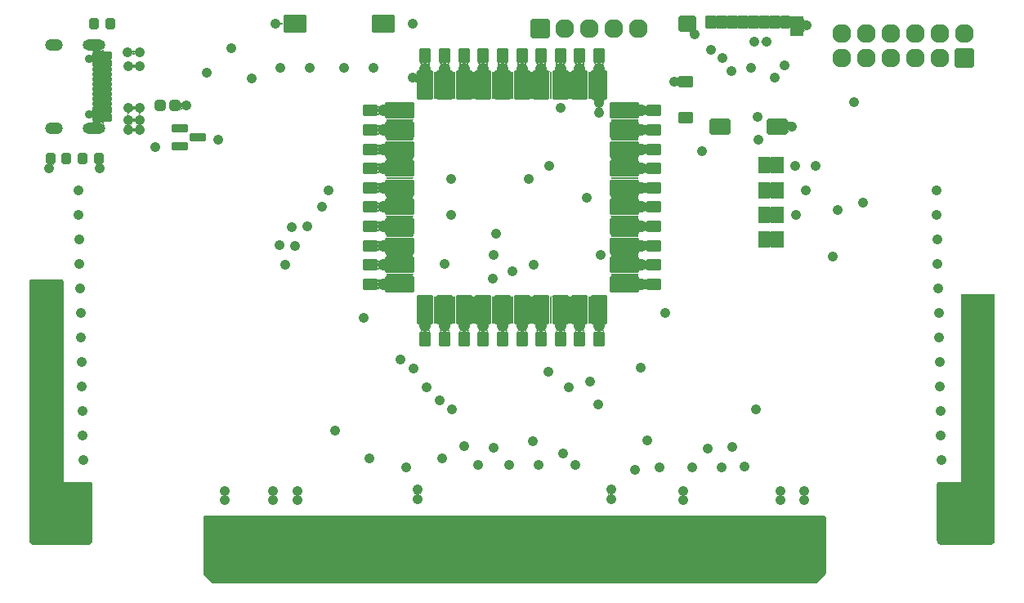
<source format=gts>
G04 #@! TF.GenerationSoftware,KiCad,Pcbnew,(6.0.6)*
G04 #@! TF.CreationDate,2022-07-02T23:03:49+02:00*
G04 #@! TF.ProjectId,picocart64_v1,7069636f-6361-4727-9436-345f76312e6b,rev?*
G04 #@! TF.SameCoordinates,Original*
G04 #@! TF.FileFunction,Soldermask,Top*
G04 #@! TF.FilePolarity,Negative*
%FSLAX46Y46*%
G04 Gerber Fmt 4.6, Leading zero omitted, Abs format (unit mm)*
G04 Created by KiCad (PCBNEW (6.0.6)) date 2022-07-02 23:03:49*
%MOMM*%
%LPD*%
G01*
G04 APERTURE LIST*
G04 Aperture macros list*
%AMRoundRect*
0 Rectangle with rounded corners*
0 $1 Rounding radius*
0 $2 $3 $4 $5 $6 $7 $8 $9 X,Y pos of 4 corners*
0 Add a 4 corners polygon primitive as box body*
4,1,4,$2,$3,$4,$5,$6,$7,$8,$9,$2,$3,0*
0 Add four circle primitives for the rounded corners*
1,1,$1+$1,$2,$3*
1,1,$1+$1,$4,$5*
1,1,$1+$1,$6,$7*
1,1,$1+$1,$8,$9*
0 Add four rect primitives between the rounded corners*
20,1,$1+$1,$2,$3,$4,$5,0*
20,1,$1+$1,$4,$5,$6,$7,0*
20,1,$1+$1,$6,$7,$8,$9,0*
20,1,$1+$1,$8,$9,$2,$3,0*%
%AMFreePoly0*
4,1,18,0.570283,0.859363,0.608167,0.822111,1.108167,0.072111,1.129982,0.002184,1.108167,-0.072111,0.608167,-0.822111,0.552009,-0.869143,0.500000,-0.880000,-0.500000,-0.880000,-0.570283,-0.859363,-0.618252,-0.804004,-0.630000,-0.750000,-0.630000,0.750000,-0.609363,0.820283,-0.554004,0.868252,-0.500000,0.880000,0.500000,0.880000,0.570283,0.859363,0.570283,0.859363,$1*%
%AMFreePoly1*
4,1,20,0.570283,0.859363,0.618252,0.804004,0.630000,0.750000,0.630000,-0.750000,0.609363,-0.820283,0.554004,-0.868252,0.500000,-0.880000,-0.650000,-0.880000,-0.720283,-0.859363,-0.768252,-0.804004,-0.778677,-0.731499,-0.758167,-0.677889,-0.306241,0.000000,-0.758167,0.677889,-0.779982,0.747816,-0.760528,0.818436,-0.705983,0.867328,-0.650000,0.880000,0.500000,0.880000,0.570283,0.859363,
0.570283,0.859363,$1*%
G04 Aperture macros list end*
%ADD10C,2.760000*%
%ADD11FreePoly0,0.000000*%
%ADD12FreePoly1,0.000000*%
%ADD13RoundRect,0.130000X0.850000X-0.850000X0.850000X0.850000X-0.850000X0.850000X-0.850000X-0.850000X0*%
%ADD14O,1.960000X1.960000*%
%ADD15RoundRect,0.130000X-1.400000X-0.750000X1.400000X-0.750000X1.400000X0.750000X-1.400000X0.750000X0*%
%ADD16O,2.260000X1.210000*%
%ADD17RoundRect,0.130000X-0.650000X-0.450000X0.650000X-0.450000X0.650000X0.450000X-0.650000X0.450000X0*%
%ADD18C,1.610000*%
%ADD19O,1.610000X1.610000*%
%ADD20RoundRect,0.130000X0.450000X-0.650000X0.450000X0.650000X-0.450000X0.650000X-0.450000X-0.650000X0*%
%ADD21RoundRect,0.130000X-0.750000X1.400000X-0.750000X-1.400000X0.750000X-1.400000X0.750000X1.400000X0*%
%ADD22O,1.210000X2.260000*%
%ADD23RoundRect,0.130000X0.650000X0.450000X-0.650000X0.450000X-0.650000X-0.450000X0.650000X-0.450000X0*%
%ADD24RoundRect,0.130000X-0.450000X0.650000X-0.450000X-0.650000X0.450000X-0.650000X0.450000X0.650000X0*%
%ADD25C,0.910000*%
%ADD26RoundRect,0.130000X-0.875000X0.150000X-0.875000X-0.150000X0.875000X-0.150000X0.875000X0.150000X0*%
%ADD27O,2.360000X1.160000*%
%ADD28O,1.860000X1.260000*%
%ADD29RoundRect,0.330000X-0.200000X-0.275000X0.200000X-0.275000X0.200000X0.275000X-0.200000X0.275000X0*%
%ADD30RoundRect,0.130000X-0.425000X-0.550000X0.425000X-0.550000X0.425000X0.550000X-0.425000X0.550000X0*%
%ADD31RoundRect,0.130000X-0.375000X-0.550000X0.375000X-0.550000X0.375000X0.550000X-0.375000X0.550000X0*%
%ADD32RoundRect,0.130000X-0.600000X-0.500000X0.600000X-0.500000X0.600000X0.500000X-0.600000X0.500000X0*%
%ADD33RoundRect,0.130000X-0.950000X-0.675000X0.950000X-0.675000X0.950000X0.675000X-0.950000X0.675000X0*%
%ADD34RoundRect,0.130000X-0.585000X-0.900000X0.585000X-0.900000X0.585000X0.900000X-0.585000X0.900000X0*%
%ADD35RoundRect,0.130000X-0.775000X-0.675000X0.775000X-0.675000X0.775000X0.675000X-0.775000X0.675000X0*%
%ADD36RoundRect,0.330000X0.200000X0.275000X-0.200000X0.275000X-0.200000X-0.275000X0.200000X-0.275000X0*%
%ADD37RoundRect,0.130000X-1.090000X-0.800000X1.090000X-0.800000X1.090000X0.800000X-1.090000X0.800000X0*%
%ADD38RoundRect,0.280000X-0.587500X-0.150000X0.587500X-0.150000X0.587500X0.150000X-0.587500X0.150000X0*%
%ADD39RoundRect,0.130000X-0.850000X0.850000X-0.850000X-0.850000X0.850000X-0.850000X0.850000X0.850000X0*%
%ADD40RoundRect,0.348750X-0.218750X-0.256250X0.218750X-0.256250X0.218750X0.256250X-0.218750X0.256250X0*%
%ADD41C,1.060000*%
G04 APERTURE END LIST*
D10*
X102850000Y-112600000D03*
X197650000Y-112600000D03*
D11*
X176059000Y-84378800D03*
D12*
X177509000Y-84378800D03*
D13*
X152913000Y-62484000D03*
D14*
X155453000Y-62484000D03*
X157993000Y-62484000D03*
X160533000Y-62484000D03*
X163073000Y-62484000D03*
D11*
X176059000Y-81813400D03*
D12*
X177509000Y-81813400D03*
D15*
X138350000Y-71000000D03*
D16*
X137150000Y-71000000D03*
D17*
X135300000Y-71000000D03*
D18*
X139000000Y-71000000D03*
D15*
X138350000Y-73000000D03*
D19*
X139000000Y-73000000D03*
D16*
X137150000Y-73000000D03*
D17*
X135300000Y-73000000D03*
D16*
X137150000Y-75000000D03*
D17*
X135300000Y-75000000D03*
D19*
X139000000Y-75000000D03*
D15*
X138350000Y-75000000D03*
D17*
X135300000Y-77000000D03*
D19*
X139000000Y-77000000D03*
D15*
X138350000Y-77000000D03*
D16*
X137150000Y-77000000D03*
D15*
X138350000Y-79000000D03*
D16*
X137150000Y-79000000D03*
D19*
X139000000Y-79000000D03*
D17*
X135300000Y-79000000D03*
X135300000Y-81000000D03*
D16*
X137150000Y-81000000D03*
D15*
X138350000Y-81000000D03*
D19*
X139000000Y-81000000D03*
D15*
X138350000Y-83000000D03*
D17*
X135300000Y-83000000D03*
D19*
X139000000Y-83000000D03*
D16*
X137150000Y-83000000D03*
D15*
X138350000Y-85000000D03*
D19*
X139000000Y-85000000D03*
D16*
X137150000Y-85000000D03*
D17*
X135300000Y-85000000D03*
X135300000Y-87000000D03*
D15*
X138350000Y-87000000D03*
D16*
X137150000Y-87000000D03*
D19*
X139000000Y-87000000D03*
D17*
X135300000Y-89000000D03*
D15*
X138350000Y-89000000D03*
D16*
X137150000Y-89000000D03*
D19*
X139000000Y-89000000D03*
D20*
X141000000Y-94700000D03*
D19*
X141000000Y-91000000D03*
D21*
X141000000Y-91650000D03*
D22*
X141000000Y-92850000D03*
D19*
X143000000Y-91000000D03*
D22*
X143000000Y-92850000D03*
D20*
X143000000Y-94700000D03*
D21*
X143000000Y-91650000D03*
D22*
X145000000Y-92850000D03*
D19*
X145000000Y-91000000D03*
D21*
X145000000Y-91650000D03*
D20*
X145000000Y-94700000D03*
D22*
X147000000Y-92850000D03*
D19*
X147000000Y-91000000D03*
D21*
X147000000Y-91650000D03*
D20*
X147000000Y-94700000D03*
D22*
X149000000Y-92850000D03*
D20*
X149000000Y-94700000D03*
D21*
X149000000Y-91650000D03*
D19*
X149000000Y-91000000D03*
X151000000Y-91000000D03*
D22*
X151000000Y-92850000D03*
D21*
X151000000Y-91650000D03*
D20*
X151000000Y-94700000D03*
D22*
X153000000Y-92850000D03*
D19*
X153000000Y-91000000D03*
D20*
X153000000Y-94700000D03*
D21*
X153000000Y-91650000D03*
D20*
X155000000Y-94700000D03*
D19*
X155000000Y-91000000D03*
D22*
X155000000Y-92850000D03*
D21*
X155000000Y-91650000D03*
X157000000Y-91650000D03*
D19*
X157000000Y-91000000D03*
D22*
X157000000Y-92850000D03*
D20*
X157000000Y-94700000D03*
X159000000Y-94700000D03*
D22*
X159000000Y-92850000D03*
D21*
X159000000Y-91650000D03*
D19*
X159000000Y-91000000D03*
D16*
X162850000Y-89000000D03*
D23*
X164700000Y-89000000D03*
D15*
X161650000Y-89000000D03*
D19*
X161000000Y-89000000D03*
D16*
X162850000Y-87000000D03*
D23*
X164700000Y-87000000D03*
D19*
X161000000Y-87000000D03*
D15*
X161650000Y-87000000D03*
D23*
X164700000Y-85000000D03*
D16*
X162850000Y-85000000D03*
D19*
X161000000Y-85000000D03*
D15*
X161650000Y-85000000D03*
D23*
X164700000Y-83000000D03*
D15*
X161650000Y-83000000D03*
D19*
X161000000Y-83000000D03*
D16*
X162850000Y-83000000D03*
D23*
X164700000Y-81000000D03*
D15*
X161650000Y-81000000D03*
D19*
X161000000Y-81000000D03*
D16*
X162850000Y-81000000D03*
D19*
X161000000Y-79000000D03*
D23*
X164700000Y-79000000D03*
D16*
X162850000Y-79000000D03*
D15*
X161650000Y-79000000D03*
X161650000Y-77000000D03*
D16*
X162850000Y-77000000D03*
D23*
X164700000Y-77000000D03*
D19*
X161000000Y-77000000D03*
D15*
X161650000Y-75000000D03*
D19*
X161000000Y-75000000D03*
D23*
X164700000Y-75000000D03*
D16*
X162850000Y-75000000D03*
X162850000Y-73000000D03*
D19*
X161000000Y-73000000D03*
D15*
X161650000Y-73000000D03*
D23*
X164700000Y-73000000D03*
D19*
X161000000Y-71000000D03*
D16*
X162850000Y-71000000D03*
D23*
X164700000Y-71000000D03*
D15*
X161650000Y-71000000D03*
D19*
X159000000Y-69000000D03*
D22*
X159000000Y-67150000D03*
D24*
X159000000Y-65300000D03*
D21*
X159000000Y-68350000D03*
X157000000Y-68350000D03*
D24*
X157000000Y-65300000D03*
D22*
X157000000Y-67150000D03*
D19*
X157000000Y-69000000D03*
D22*
X155000000Y-67150000D03*
D19*
X155000000Y-69000000D03*
D24*
X155000000Y-65300000D03*
D21*
X155000000Y-68350000D03*
X153000000Y-68350000D03*
D24*
X153000000Y-65300000D03*
D22*
X153000000Y-67150000D03*
D19*
X153000000Y-69000000D03*
D24*
X151000000Y-65300000D03*
D19*
X151000000Y-69000000D03*
D22*
X151000000Y-67150000D03*
D21*
X151000000Y-68350000D03*
D19*
X149000000Y-69000000D03*
D21*
X149000000Y-68350000D03*
D24*
X149000000Y-65300000D03*
D22*
X149000000Y-67150000D03*
D19*
X147000000Y-69000000D03*
D21*
X147000000Y-68350000D03*
D22*
X147000000Y-67150000D03*
D24*
X147000000Y-65300000D03*
D21*
X145000000Y-68350000D03*
D22*
X145000000Y-67150000D03*
D19*
X145000000Y-69000000D03*
D24*
X145000000Y-65300000D03*
X143000000Y-65300000D03*
D19*
X143000000Y-69000000D03*
D21*
X143000000Y-68350000D03*
D22*
X143000000Y-67150000D03*
D24*
X141000000Y-65300000D03*
D21*
X141000000Y-68350000D03*
D19*
X141000000Y-69000000D03*
D22*
X141000000Y-67150000D03*
D25*
X106204000Y-71405000D03*
X106204000Y-65625000D03*
D26*
X107544000Y-65165000D03*
X107544000Y-65965000D03*
X107544000Y-67265000D03*
X107544000Y-68265000D03*
X107544000Y-68765000D03*
X107544000Y-69765000D03*
X107544000Y-71065000D03*
X107544000Y-71865000D03*
X107544000Y-71565000D03*
X107544000Y-70765000D03*
X107544000Y-70265000D03*
X107544000Y-69265000D03*
X107544000Y-67765000D03*
X107544000Y-66765000D03*
X107544000Y-66265000D03*
X107544000Y-65465000D03*
D27*
X106704000Y-64195000D03*
D28*
X102524000Y-64195000D03*
D27*
X106704000Y-72835000D03*
D28*
X102524000Y-72835000D03*
D29*
X105500000Y-76000000D03*
X107150000Y-76000000D03*
D30*
X170631000Y-61860000D03*
X171731000Y-61860000D03*
X172831000Y-61860000D03*
X173931000Y-61860000D03*
X175031000Y-61860000D03*
X176131000Y-61860000D03*
X177231000Y-61860000D03*
D31*
X178281000Y-61860000D03*
D32*
X167996000Y-68010000D03*
X167996000Y-71710000D03*
D33*
X177466000Y-72685000D03*
X171496000Y-72685000D03*
D34*
X179491000Y-62210000D03*
D35*
X168171000Y-61985000D03*
D36*
X108325000Y-62000000D03*
X106675000Y-62000000D03*
D37*
X127490000Y-61976000D03*
X136670000Y-61976000D03*
D11*
X176059000Y-79248000D03*
D12*
X177509000Y-79248000D03*
D11*
X176059000Y-76682600D03*
D12*
X177509000Y-76682600D03*
D36*
X103825000Y-76000000D03*
X102175000Y-76000000D03*
D38*
X115562500Y-72800000D03*
X115562500Y-74700000D03*
X117437500Y-73750000D03*
D39*
X196825000Y-65569000D03*
D14*
X196825000Y-63029000D03*
X194285000Y-65569000D03*
X194285000Y-63029000D03*
X191745000Y-65569000D03*
X191745000Y-63029000D03*
X189205000Y-65569000D03*
X189205000Y-63029000D03*
X186665000Y-65569000D03*
X186665000Y-63029000D03*
X184125000Y-65569000D03*
X184125000Y-63029000D03*
D40*
X113500000Y-70500000D03*
X115075000Y-70500000D03*
D41*
X110200000Y-73001800D03*
X110200000Y-72001800D03*
X111400000Y-72001800D03*
X111400000Y-73001800D03*
X102108000Y-105156000D03*
X180250000Y-111350000D03*
X180250000Y-110400000D03*
X177750000Y-111350000D03*
X177750000Y-110400000D03*
X167750000Y-110400000D03*
X167750000Y-111350000D03*
X127750000Y-111350000D03*
X127750000Y-110400000D03*
X125250000Y-110400000D03*
X125250000Y-111350000D03*
X120250000Y-111350000D03*
X120250000Y-110400000D03*
X105476448Y-102095000D03*
X193924102Y-79235000D03*
X105275405Y-91935000D03*
X198000000Y-108000000D03*
X159000000Y-70250000D03*
X122974400Y-67652600D03*
X194326187Y-99555000D03*
X110179000Y-65001800D03*
X159000000Y-71250000D03*
X163335000Y-97650000D03*
X105325666Y-94475000D03*
X194125145Y-89395000D03*
X194175405Y-91935000D03*
X107250000Y-77000000D03*
X111379000Y-65001800D03*
X105526709Y-104635000D03*
X105550000Y-107175000D03*
X129032000Y-66548000D03*
X194225666Y-94475000D03*
X168897600Y-63080600D03*
X120904000Y-64516000D03*
X105074363Y-81775000D03*
X153810000Y-76695000D03*
X143650000Y-81775000D03*
X148095000Y-105905000D03*
X127140000Y-83045000D03*
X105174884Y-86855000D03*
X132588000Y-66548000D03*
X194024624Y-84315000D03*
X105024102Y-79235000D03*
X198000000Y-109000000D03*
X175400000Y-71615000D03*
X194426709Y-104635000D03*
X180500000Y-62172300D03*
X178956000Y-72681800D03*
X166750000Y-68000000D03*
X118364000Y-67056000D03*
X125984000Y-66548000D03*
X194450000Y-107175000D03*
X125870000Y-84950000D03*
X105375927Y-97015000D03*
X125476000Y-61976000D03*
X102000000Y-77000000D03*
X105426187Y-99555000D03*
X193974363Y-81775000D03*
X176365200Y-63893400D03*
X165875000Y-91935000D03*
X102108000Y-106680000D03*
X194376448Y-102095000D03*
X135636000Y-66548000D03*
X105124624Y-84315000D03*
X194275927Y-97015000D03*
X194074884Y-86855000D03*
X105225145Y-89395000D03*
X130950000Y-79235000D03*
X113000000Y-74750000D03*
X174752000Y-66548000D03*
X148323600Y-83756200D03*
X157734000Y-80010000D03*
X138430000Y-96774000D03*
X179324000Y-76745800D03*
X142500000Y-101000000D03*
X150000000Y-87617000D03*
X160241000Y-110259000D03*
X119500000Y-74000000D03*
X140241000Y-110259000D03*
X140241000Y-111259000D03*
X160241000Y-111252000D03*
X139750000Y-97750000D03*
X179362400Y-81775000D03*
X135166400Y-107073400D03*
X159144000Y-85991400D03*
X148069600Y-85940600D03*
X143750000Y-102000000D03*
X152184400Y-87007400D03*
X139000000Y-108000000D03*
X116250000Y-70500000D03*
X155000000Y-70750000D03*
X175250000Y-102000000D03*
X172758400Y-105854200D03*
X170250000Y-106045000D03*
X165240000Y-107987800D03*
X155250000Y-106500000D03*
X152743200Y-107733800D03*
X130302000Y-81000000D03*
X128778000Y-83000000D03*
X145000000Y-105750000D03*
X127508000Y-85000000D03*
X142750000Y-107000000D03*
X126500000Y-87000000D03*
X146444000Y-107733800D03*
X149695200Y-107683000D03*
X152133600Y-105244600D03*
X163970000Y-105143000D03*
X168656000Y-107950000D03*
X171704000Y-107950000D03*
X174028400Y-107886200D03*
X162750800Y-108241800D03*
X153708400Y-98031000D03*
X156502400Y-107733800D03*
X155842000Y-99656600D03*
X158026400Y-99047000D03*
X158940800Y-101434600D03*
X142989600Y-86905800D03*
X134620000Y-92456000D03*
X131661200Y-104177800D03*
X139700000Y-67564000D03*
X139700000Y-61976000D03*
X143650000Y-78117400D03*
X151727200Y-78117400D03*
X183731200Y-81267000D03*
X148018800Y-88429800D03*
X180429200Y-79235000D03*
X141160800Y-99656600D03*
X183223200Y-86093000D03*
X110200000Y-66401800D03*
X111400000Y-70701800D03*
X110200000Y-70701800D03*
X111400000Y-66401800D03*
X175044400Y-63842600D03*
X178244800Y-66331800D03*
X175500000Y-74000000D03*
X185420000Y-70104000D03*
X177178000Y-67601800D03*
X169672000Y-75184000D03*
X171793200Y-65519000D03*
X181394400Y-76695000D03*
X172707600Y-66890600D03*
X186372800Y-80505000D03*
X170574000Y-64706200D03*
G36*
X199942121Y-90020002D02*
G01*
X199988614Y-90073658D01*
X200000000Y-90126000D01*
X200000000Y-109728000D01*
X199979998Y-109796121D01*
X199926342Y-109842614D01*
X199874000Y-109854000D01*
X196503088Y-109854000D01*
X196496906Y-109853848D01*
X196481291Y-109853081D01*
X196468985Y-109851869D01*
X196456574Y-109850028D01*
X196444448Y-109847616D01*
X196432267Y-109844565D01*
X196420435Y-109840976D01*
X196408629Y-109836752D01*
X196397202Y-109832019D01*
X196385859Y-109826654D01*
X196374948Y-109820822D01*
X196364190Y-109814373D01*
X196353921Y-109807511D01*
X196343837Y-109800033D01*
X196334267Y-109792179D01*
X196324975Y-109783756D01*
X196316244Y-109775025D01*
X196307821Y-109765733D01*
X196299967Y-109756163D01*
X196292489Y-109746079D01*
X196285627Y-109735810D01*
X196279178Y-109725052D01*
X196273346Y-109714141D01*
X196267981Y-109702798D01*
X196263248Y-109691371D01*
X196259024Y-109679565D01*
X196255435Y-109667733D01*
X196252650Y-109656614D01*
X196255501Y-109585674D01*
X196296253Y-109527538D01*
X196361966Y-109500663D01*
X196374874Y-109500000D01*
X196481885Y-109500000D01*
X196497124Y-109495525D01*
X196498329Y-109494135D01*
X196500000Y-109486452D01*
X196500000Y-90126000D01*
X196520002Y-90057879D01*
X196573658Y-90011386D01*
X196626000Y-90000000D01*
X199874000Y-90000000D01*
X199942121Y-90020002D01*
G37*
G36*
X103442121Y-88520002D02*
G01*
X103488614Y-88573658D01*
X103500000Y-88626000D01*
X103500000Y-109481885D01*
X103504475Y-109497124D01*
X103505865Y-109498329D01*
X103513548Y-109500000D01*
X103520838Y-109500000D01*
X103588959Y-109520002D01*
X103635452Y-109573658D01*
X103645556Y-109643932D01*
X103616062Y-109708512D01*
X103556336Y-109746896D01*
X103539329Y-109750636D01*
X103531018Y-109751869D01*
X103518709Y-109753081D01*
X103503094Y-109753848D01*
X103496912Y-109754000D01*
X100126000Y-109754000D01*
X100057879Y-109733998D01*
X100011386Y-109680342D01*
X100000000Y-109628000D01*
X100000000Y-88626000D01*
X100020002Y-88557879D01*
X100073658Y-88511386D01*
X100126000Y-88500000D01*
X103374000Y-88500000D01*
X103442121Y-88520002D01*
G37*
G36*
X182442121Y-113020002D02*
G01*
X182488614Y-113073658D01*
X182500000Y-113126000D01*
X182500000Y-118947810D01*
X182479998Y-119015931D01*
X182463095Y-119036905D01*
X181536905Y-119963095D01*
X181474593Y-119997121D01*
X181447810Y-120000000D01*
X119052190Y-120000000D01*
X118984069Y-119979998D01*
X118963095Y-119963095D01*
X118036905Y-119036905D01*
X118002879Y-118974593D01*
X118000000Y-118947810D01*
X118000000Y-113126000D01*
X118020002Y-113057879D01*
X118073658Y-113011386D01*
X118126000Y-113000000D01*
X182374000Y-113000000D01*
X182442121Y-113020002D01*
G37*
G36*
X199942121Y-109266002D02*
G01*
X199988614Y-109319658D01*
X200000000Y-109372000D01*
X200000000Y-115491742D01*
X199998922Y-115508188D01*
X199985128Y-115612963D01*
X199976615Y-115644735D01*
X199939361Y-115734674D01*
X199922914Y-115763160D01*
X199863651Y-115840393D01*
X199840393Y-115863651D01*
X199763160Y-115922914D01*
X199734674Y-115939361D01*
X199644735Y-115976615D01*
X199612963Y-115985128D01*
X199508188Y-115998922D01*
X199491742Y-116000000D01*
X194508258Y-116000000D01*
X194491812Y-115998922D01*
X194387037Y-115985128D01*
X194355265Y-115976615D01*
X194265326Y-115939361D01*
X194236840Y-115922914D01*
X194159607Y-115863651D01*
X194136349Y-115840393D01*
X194077086Y-115763160D01*
X194060639Y-115734674D01*
X194023385Y-115644735D01*
X194014872Y-115612963D01*
X194001078Y-115508188D01*
X194000000Y-115491742D01*
X194000000Y-109626000D01*
X194020002Y-109557879D01*
X194073658Y-109511386D01*
X194126000Y-109500000D01*
X196481885Y-109500000D01*
X196497124Y-109495525D01*
X196498329Y-109494135D01*
X196500000Y-109486452D01*
X196500000Y-109372000D01*
X196520002Y-109303879D01*
X196573658Y-109257386D01*
X196626000Y-109246000D01*
X199874000Y-109246000D01*
X199942121Y-109266002D01*
G37*
G36*
X103442121Y-109266002D02*
G01*
X103488614Y-109319658D01*
X103500000Y-109372000D01*
X103500000Y-109481885D01*
X103504475Y-109497124D01*
X103505865Y-109498329D01*
X103513548Y-109500000D01*
X106374000Y-109500000D01*
X106442121Y-109520002D01*
X106488614Y-109573658D01*
X106500000Y-109626000D01*
X106500000Y-115491742D01*
X106498922Y-115508188D01*
X106485128Y-115612963D01*
X106476615Y-115644735D01*
X106439361Y-115734674D01*
X106422914Y-115763160D01*
X106363651Y-115840393D01*
X106340393Y-115863651D01*
X106263160Y-115922914D01*
X106234674Y-115939361D01*
X106144735Y-115976615D01*
X106112963Y-115985128D01*
X106008188Y-115998922D01*
X105991742Y-116000000D01*
X100508258Y-116000000D01*
X100491812Y-115998922D01*
X100387037Y-115985128D01*
X100355265Y-115976615D01*
X100265326Y-115939361D01*
X100236840Y-115922914D01*
X100159607Y-115863651D01*
X100136349Y-115840393D01*
X100077086Y-115763160D01*
X100060639Y-115734674D01*
X100023385Y-115644735D01*
X100014872Y-115612963D01*
X100001078Y-115508188D01*
X100000000Y-115491742D01*
X100000000Y-109372000D01*
X100020002Y-109303879D01*
X100073658Y-109257386D01*
X100126000Y-109246000D01*
X103374000Y-109246000D01*
X103442121Y-109266002D01*
G37*
G36*
X182480771Y-112993068D02*
G01*
X182499430Y-112998068D01*
X182500718Y-112999356D01*
X182501000Y-112999356D01*
X182501932Y-113000570D01*
X182506932Y-113019231D01*
X182507000Y-113019749D01*
X182507000Y-118980253D01*
X182506932Y-118980771D01*
X182501932Y-118999432D01*
X182501510Y-118999854D01*
X182501535Y-118999879D01*
X182501535Y-119000915D01*
X182499000Y-119010375D01*
X182498654Y-119011075D01*
X182498167Y-119011709D01*
X182497995Y-119011905D01*
X181518916Y-119990984D01*
X181518502Y-119991302D01*
X181501769Y-120000963D01*
X181501169Y-120000963D01*
X181501169Y-120001000D01*
X181500437Y-120001732D01*
X181491957Y-120006628D01*
X181491219Y-120006879D01*
X181490431Y-120006983D01*
X181490169Y-120007000D01*
X119019749Y-120007000D01*
X119019231Y-120006932D01*
X119000571Y-120001932D01*
X119000146Y-120001507D01*
X119000119Y-120001533D01*
X118999083Y-120001533D01*
X118989625Y-119998999D01*
X118988926Y-119998654D01*
X118988290Y-119998166D01*
X118988093Y-119997993D01*
X118009016Y-119018916D01*
X118008698Y-119018502D01*
X117999037Y-119001769D01*
X117999037Y-119001169D01*
X117999000Y-119001169D01*
X117998268Y-119000437D01*
X117997599Y-118999279D01*
X118002000Y-118999279D01*
X118002183Y-118999355D01*
X119000904Y-119998076D01*
X119001089Y-119998000D01*
X181499279Y-119998000D01*
X181499355Y-119997817D01*
X182498076Y-118999096D01*
X182498000Y-118998914D01*
X182498000Y-113002000D01*
X118002000Y-113002000D01*
X118002000Y-118999279D01*
X117997599Y-118999279D01*
X117993372Y-118991957D01*
X117993121Y-118991219D01*
X117993017Y-118990431D01*
X117993000Y-118990169D01*
X117993000Y-113019749D01*
X117993068Y-113019231D01*
X117998068Y-113000570D01*
X117999356Y-112999282D01*
X117999356Y-112999000D01*
X118000570Y-112998068D01*
X118019231Y-112993068D01*
X118019749Y-112993000D01*
X182480253Y-112993000D01*
X182480771Y-112993068D01*
G37*
G36*
X103480771Y-88493068D02*
G01*
X103499430Y-88498068D01*
X103500718Y-88499356D01*
X103501000Y-88499356D01*
X103501932Y-88500570D01*
X103506932Y-88519231D01*
X103507000Y-88519749D01*
X103507000Y-109344737D01*
X103526890Y-109418967D01*
X103581034Y-109473110D01*
X103655263Y-109493000D01*
X106480253Y-109493000D01*
X106480771Y-109493068D01*
X106499430Y-109498068D01*
X106500718Y-109499356D01*
X106501000Y-109499356D01*
X106501932Y-109500570D01*
X106506932Y-109519231D01*
X106507000Y-109519749D01*
X106507000Y-115495088D01*
X106506996Y-115495219D01*
X106506312Y-115505649D01*
X106506299Y-115505779D01*
X106491186Y-115620576D01*
X106491135Y-115620833D01*
X106485751Y-115640926D01*
X106485667Y-115641173D01*
X106443243Y-115743595D01*
X106443127Y-115743830D01*
X106432727Y-115761842D01*
X106432582Y-115762060D01*
X106365089Y-115850018D01*
X106364916Y-115850214D01*
X106350214Y-115864916D01*
X106350018Y-115865089D01*
X106262060Y-115932582D01*
X106261842Y-115932727D01*
X106243830Y-115943127D01*
X106243595Y-115943243D01*
X106141173Y-115985667D01*
X106140926Y-115985751D01*
X106120833Y-115991135D01*
X106120576Y-115991186D01*
X106005779Y-116006299D01*
X106005649Y-116006312D01*
X105995219Y-116006996D01*
X105995088Y-116007000D01*
X100504912Y-116007000D01*
X100504781Y-116006996D01*
X100494351Y-116006312D01*
X100494221Y-116006299D01*
X100379424Y-115991186D01*
X100379167Y-115991135D01*
X100359074Y-115985751D01*
X100358827Y-115985667D01*
X100256405Y-115943243D01*
X100256170Y-115943127D01*
X100238158Y-115932727D01*
X100237940Y-115932582D01*
X100149982Y-115865089D01*
X100149786Y-115864916D01*
X100135084Y-115850214D01*
X100134911Y-115850018D01*
X100067418Y-115762060D01*
X100067273Y-115761842D01*
X100056873Y-115743830D01*
X100056757Y-115743595D01*
X100014333Y-115641173D01*
X100014249Y-115640926D01*
X100008865Y-115620833D01*
X100008814Y-115620576D01*
X99993701Y-115505779D01*
X99993688Y-115505649D01*
X99993309Y-115499868D01*
X100002000Y-115499868D01*
X100018986Y-115628888D01*
X100068733Y-115748990D01*
X100147874Y-115852126D01*
X100251010Y-115931267D01*
X100371112Y-115981014D01*
X100500132Y-115998000D01*
X105999868Y-115998000D01*
X106128888Y-115981014D01*
X106248990Y-115931267D01*
X106352126Y-115852126D01*
X106431267Y-115748990D01*
X106481014Y-115628888D01*
X106498000Y-115499868D01*
X106498000Y-109502000D01*
X103500000Y-109502000D01*
X103498268Y-109501000D01*
X103498000Y-109500000D01*
X103498000Y-88502000D01*
X100002000Y-88502000D01*
X100002000Y-115499868D01*
X99993309Y-115499868D01*
X99993004Y-115495219D01*
X99993000Y-115495088D01*
X99993000Y-88519749D01*
X99993068Y-88519231D01*
X99998068Y-88500570D01*
X99999356Y-88499282D01*
X99999356Y-88499000D01*
X100000570Y-88498068D01*
X100019231Y-88493068D01*
X100019749Y-88493000D01*
X103480253Y-88493000D01*
X103480771Y-88493068D01*
G37*
G36*
X199980771Y-89993068D02*
G01*
X199999430Y-89998068D01*
X200000718Y-89999356D01*
X200001000Y-89999356D01*
X200001932Y-90000570D01*
X200006932Y-90019231D01*
X200007000Y-90019749D01*
X200007000Y-115495088D01*
X200006996Y-115495219D01*
X200006312Y-115505649D01*
X200006299Y-115505779D01*
X199991186Y-115620576D01*
X199991135Y-115620833D01*
X199985751Y-115640926D01*
X199985667Y-115641173D01*
X199943243Y-115743595D01*
X199943127Y-115743830D01*
X199932727Y-115761842D01*
X199932582Y-115762060D01*
X199865089Y-115850018D01*
X199864916Y-115850214D01*
X199850214Y-115864916D01*
X199850018Y-115865089D01*
X199762060Y-115932582D01*
X199761842Y-115932727D01*
X199743830Y-115943127D01*
X199743595Y-115943243D01*
X199641173Y-115985667D01*
X199640926Y-115985751D01*
X199620833Y-115991135D01*
X199620576Y-115991186D01*
X199505779Y-116006299D01*
X199505649Y-116006312D01*
X199495219Y-116006996D01*
X199495088Y-116007000D01*
X194504912Y-116007000D01*
X194504781Y-116006996D01*
X194494351Y-116006312D01*
X194494221Y-116006299D01*
X194379424Y-115991186D01*
X194379167Y-115991135D01*
X194359074Y-115985751D01*
X194358827Y-115985667D01*
X194256405Y-115943243D01*
X194256170Y-115943127D01*
X194238158Y-115932727D01*
X194237940Y-115932582D01*
X194149982Y-115865089D01*
X194149786Y-115864916D01*
X194135084Y-115850214D01*
X194134911Y-115850018D01*
X194067418Y-115762060D01*
X194067273Y-115761842D01*
X194056873Y-115743830D01*
X194056757Y-115743595D01*
X194014333Y-115641173D01*
X194014249Y-115640926D01*
X194008865Y-115620833D01*
X194008814Y-115620576D01*
X193993701Y-115505779D01*
X193993688Y-115505649D01*
X193993309Y-115499868D01*
X194002000Y-115499868D01*
X194018986Y-115628888D01*
X194068733Y-115748990D01*
X194147874Y-115852126D01*
X194251010Y-115931267D01*
X194371112Y-115981014D01*
X194500132Y-115998000D01*
X199499868Y-115998000D01*
X199628888Y-115981014D01*
X199748990Y-115931267D01*
X199852126Y-115852126D01*
X199931267Y-115748990D01*
X199981014Y-115628888D01*
X199998000Y-115499868D01*
X199998000Y-90002000D01*
X196502000Y-90002000D01*
X196502000Y-109500000D01*
X196501000Y-109501732D01*
X196500000Y-109502000D01*
X194002000Y-109502000D01*
X194002000Y-115499868D01*
X193993309Y-115499868D01*
X193993004Y-115495219D01*
X193993000Y-115495088D01*
X193993000Y-109519749D01*
X193993068Y-109519231D01*
X193998068Y-109500570D01*
X193999356Y-109499282D01*
X193999356Y-109499000D01*
X194000570Y-109498068D01*
X194019231Y-109493068D01*
X194019749Y-109493000D01*
X196344737Y-109493000D01*
X196418967Y-109473110D01*
X196473110Y-109418967D01*
X196493000Y-109344737D01*
X196493000Y-90019749D01*
X196493068Y-90019231D01*
X196498068Y-90000570D01*
X196499356Y-89999282D01*
X196499356Y-89999000D01*
X196500570Y-89998068D01*
X196519231Y-89993068D01*
X196519749Y-89993000D01*
X199980253Y-89993000D01*
X199980771Y-89993068D01*
G37*
G36*
X139900220Y-110657324D02*
G01*
X139977010Y-110716247D01*
X140075763Y-110757152D01*
X140076981Y-110758739D01*
X140076216Y-110760587D01*
X140075763Y-110760848D01*
X139977010Y-110801753D01*
X139891097Y-110867676D01*
X139889114Y-110867937D01*
X139887896Y-110866350D01*
X139888219Y-110864974D01*
X139927289Y-110806830D01*
X139932498Y-110730435D01*
X139898715Y-110661477D01*
X139897573Y-110660310D01*
X139897076Y-110658373D01*
X139898505Y-110656974D01*
X139900220Y-110657324D01*
G37*
G36*
X159897826Y-110655487D02*
G01*
X159977010Y-110716247D01*
X160067314Y-110753652D01*
X160068532Y-110755239D01*
X160067767Y-110757087D01*
X160067314Y-110757348D01*
X159977010Y-110794753D01*
X159887740Y-110863252D01*
X159885757Y-110863513D01*
X159884539Y-110861926D01*
X159884862Y-110860549D01*
X159923362Y-110803257D01*
X159928570Y-110726863D01*
X159894812Y-110657954D01*
X159894948Y-110655958D01*
X159896744Y-110655079D01*
X159897826Y-110655487D01*
G37*
G36*
X140595406Y-110650651D02*
G01*
X140595071Y-110652045D01*
X140555373Y-110709806D01*
X140549366Y-110786144D01*
X140582419Y-110855441D01*
X140585209Y-110858290D01*
X140585706Y-110860227D01*
X140584277Y-110861626D01*
X140582562Y-110861276D01*
X140504990Y-110801753D01*
X140406237Y-110760848D01*
X140405019Y-110759261D01*
X140405784Y-110757413D01*
X140406237Y-110757152D01*
X140504990Y-110716247D01*
X140592205Y-110649325D01*
X140594188Y-110649064D01*
X140595406Y-110650651D01*
G37*
G36*
X160598910Y-110647962D02*
G01*
X160598575Y-110649356D01*
X160559385Y-110706380D01*
X160553377Y-110782718D01*
X160586429Y-110852012D01*
X160587265Y-110852866D01*
X160587762Y-110854803D01*
X160586334Y-110856203D01*
X160584618Y-110855853D01*
X160504990Y-110794753D01*
X160414686Y-110757348D01*
X160413468Y-110755761D01*
X160414233Y-110753913D01*
X160414686Y-110753652D01*
X160504990Y-110716247D01*
X160595709Y-110646636D01*
X160597692Y-110646375D01*
X160598910Y-110647962D01*
G37*
G36*
X145511436Y-93695446D02*
G01*
X145511369Y-93697121D01*
X145504268Y-93711027D01*
X145504011Y-93711412D01*
X145494582Y-93722511D01*
X145461681Y-93791957D01*
X145467891Y-93868279D01*
X145505359Y-93922491D01*
X145505521Y-93924484D01*
X145505130Y-93925041D01*
X145505046Y-93925125D01*
X145523076Y-93943124D01*
X145523595Y-93945055D01*
X145522182Y-93946470D01*
X145520552Y-93946202D01*
X145498970Y-93931781D01*
X145449801Y-93922000D01*
X145251669Y-93922000D01*
X145249937Y-93921000D01*
X145249937Y-93919000D01*
X145250904Y-93918152D01*
X145301490Y-93897199D01*
X145426373Y-93801373D01*
X145508001Y-93694993D01*
X145509849Y-93694228D01*
X145511436Y-93695446D01*
G37*
G36*
X153511436Y-93695446D02*
G01*
X153511369Y-93697121D01*
X153504268Y-93711027D01*
X153504011Y-93711412D01*
X153494582Y-93722511D01*
X153461681Y-93791957D01*
X153467891Y-93868279D01*
X153505359Y-93922491D01*
X153505521Y-93924484D01*
X153505130Y-93925041D01*
X153505046Y-93925125D01*
X153523076Y-93943124D01*
X153523595Y-93945055D01*
X153522182Y-93946470D01*
X153520552Y-93946202D01*
X153498970Y-93931781D01*
X153449801Y-93922000D01*
X153251669Y-93922000D01*
X153249937Y-93921000D01*
X153249937Y-93919000D01*
X153250904Y-93918152D01*
X153301490Y-93897199D01*
X153426373Y-93801373D01*
X153508001Y-93694993D01*
X153509849Y-93694228D01*
X153511436Y-93695446D01*
G37*
G36*
X157511436Y-93695446D02*
G01*
X157511369Y-93697121D01*
X157504268Y-93711027D01*
X157504011Y-93711412D01*
X157494582Y-93722511D01*
X157461681Y-93791957D01*
X157467891Y-93868279D01*
X157505359Y-93922491D01*
X157505521Y-93924484D01*
X157505130Y-93925041D01*
X157505046Y-93925125D01*
X157523076Y-93943124D01*
X157523595Y-93945055D01*
X157522182Y-93946470D01*
X157520552Y-93946202D01*
X157498970Y-93931781D01*
X157449801Y-93922000D01*
X157251669Y-93922000D01*
X157249937Y-93921000D01*
X157249937Y-93919000D01*
X157250904Y-93918152D01*
X157301490Y-93897199D01*
X157426373Y-93801373D01*
X157508001Y-93694993D01*
X157509849Y-93694228D01*
X157511436Y-93695446D01*
G37*
G36*
X155511436Y-93695446D02*
G01*
X155511369Y-93697121D01*
X155504268Y-93711027D01*
X155504011Y-93711412D01*
X155494582Y-93722511D01*
X155461681Y-93791957D01*
X155467891Y-93868279D01*
X155505359Y-93922491D01*
X155505521Y-93924484D01*
X155505130Y-93925041D01*
X155505046Y-93925125D01*
X155523076Y-93943124D01*
X155523595Y-93945055D01*
X155522182Y-93946470D01*
X155520552Y-93946202D01*
X155498970Y-93931781D01*
X155449801Y-93922000D01*
X155251669Y-93922000D01*
X155249937Y-93921000D01*
X155249937Y-93919000D01*
X155250904Y-93918152D01*
X155301490Y-93897199D01*
X155426373Y-93801373D01*
X155508001Y-93694993D01*
X155509849Y-93694228D01*
X155511436Y-93695446D01*
G37*
G36*
X159511436Y-93695446D02*
G01*
X159511369Y-93697121D01*
X159504268Y-93711027D01*
X159504011Y-93711412D01*
X159494582Y-93722511D01*
X159461681Y-93791957D01*
X159467891Y-93868279D01*
X159505359Y-93922491D01*
X159505521Y-93924484D01*
X159505130Y-93925041D01*
X159505046Y-93925125D01*
X159523076Y-93943124D01*
X159523595Y-93945055D01*
X159522182Y-93946470D01*
X159520552Y-93946202D01*
X159498970Y-93931781D01*
X159449801Y-93922000D01*
X159251669Y-93922000D01*
X159249937Y-93921000D01*
X159249937Y-93919000D01*
X159250904Y-93918152D01*
X159301490Y-93897199D01*
X159426373Y-93801373D01*
X159508001Y-93694993D01*
X159509849Y-93694228D01*
X159511436Y-93695446D01*
G37*
G36*
X149511436Y-93695446D02*
G01*
X149511369Y-93697121D01*
X149504268Y-93711027D01*
X149504011Y-93711412D01*
X149494582Y-93722511D01*
X149461681Y-93791957D01*
X149467891Y-93868279D01*
X149505359Y-93922491D01*
X149505521Y-93924484D01*
X149505130Y-93925041D01*
X149505046Y-93925125D01*
X149523076Y-93943124D01*
X149523595Y-93945055D01*
X149522182Y-93946470D01*
X149520552Y-93946202D01*
X149498970Y-93931781D01*
X149449801Y-93922000D01*
X149251669Y-93922000D01*
X149249937Y-93921000D01*
X149249937Y-93919000D01*
X149250904Y-93918152D01*
X149301490Y-93897199D01*
X149426373Y-93801373D01*
X149508001Y-93694993D01*
X149509849Y-93694228D01*
X149511436Y-93695446D01*
G37*
G36*
X141511436Y-93695446D02*
G01*
X141511369Y-93697121D01*
X141504268Y-93711027D01*
X141504011Y-93711412D01*
X141494582Y-93722511D01*
X141461681Y-93791957D01*
X141467891Y-93868279D01*
X141505359Y-93922491D01*
X141505521Y-93924484D01*
X141505130Y-93925041D01*
X141505046Y-93925125D01*
X141523076Y-93943124D01*
X141523595Y-93945055D01*
X141522182Y-93946470D01*
X141520552Y-93946202D01*
X141498970Y-93931781D01*
X141449801Y-93922000D01*
X141251669Y-93922000D01*
X141249937Y-93921000D01*
X141249937Y-93919000D01*
X141250904Y-93918152D01*
X141301490Y-93897199D01*
X141426373Y-93801373D01*
X141508001Y-93694993D01*
X141509849Y-93694228D01*
X141511436Y-93695446D01*
G37*
G36*
X143511436Y-93695446D02*
G01*
X143511369Y-93697121D01*
X143504268Y-93711027D01*
X143504011Y-93711412D01*
X143494582Y-93722511D01*
X143461681Y-93791957D01*
X143467891Y-93868279D01*
X143505359Y-93922491D01*
X143505521Y-93924484D01*
X143505130Y-93925041D01*
X143505046Y-93925125D01*
X143523076Y-93943124D01*
X143523595Y-93945055D01*
X143522182Y-93946470D01*
X143520552Y-93946202D01*
X143498970Y-93931781D01*
X143449801Y-93922000D01*
X143251669Y-93922000D01*
X143249937Y-93921000D01*
X143249937Y-93919000D01*
X143250904Y-93918152D01*
X143301490Y-93897199D01*
X143426373Y-93801373D01*
X143508001Y-93694993D01*
X143509849Y-93694228D01*
X143511436Y-93695446D01*
G37*
G36*
X147511436Y-93695446D02*
G01*
X147511369Y-93697121D01*
X147504268Y-93711027D01*
X147504011Y-93711412D01*
X147494582Y-93722511D01*
X147461681Y-93791957D01*
X147467891Y-93868279D01*
X147505359Y-93922491D01*
X147505521Y-93924484D01*
X147505130Y-93925041D01*
X147505046Y-93925125D01*
X147523076Y-93943124D01*
X147523595Y-93945055D01*
X147522182Y-93946470D01*
X147520552Y-93946202D01*
X147498970Y-93931781D01*
X147449801Y-93922000D01*
X147251669Y-93922000D01*
X147249937Y-93921000D01*
X147249937Y-93919000D01*
X147250904Y-93918152D01*
X147301490Y-93897199D01*
X147426373Y-93801373D01*
X147508001Y-93694993D01*
X147509849Y-93694228D01*
X147511436Y-93695446D01*
G37*
G36*
X151511436Y-93695446D02*
G01*
X151511369Y-93697121D01*
X151504268Y-93711027D01*
X151504011Y-93711412D01*
X151494582Y-93722511D01*
X151461681Y-93791957D01*
X151467891Y-93868279D01*
X151505359Y-93922491D01*
X151505521Y-93924484D01*
X151505130Y-93925041D01*
X151505046Y-93925125D01*
X151523076Y-93943124D01*
X151523595Y-93945055D01*
X151522182Y-93946470D01*
X151520552Y-93946202D01*
X151498970Y-93931781D01*
X151449801Y-93922000D01*
X151251669Y-93922000D01*
X151249937Y-93921000D01*
X151249937Y-93919000D01*
X151250904Y-93918152D01*
X151301490Y-93897199D01*
X151426373Y-93801373D01*
X151508001Y-93694993D01*
X151509849Y-93694228D01*
X151511436Y-93695446D01*
G37*
G36*
X156511374Y-93720242D02*
G01*
X156573627Y-93801373D01*
X156698510Y-93897199D01*
X156749096Y-93918152D01*
X156750314Y-93919739D01*
X156749549Y-93921587D01*
X156748331Y-93922000D01*
X156550199Y-93922000D01*
X156501030Y-93931781D01*
X156479269Y-93946321D01*
X156477273Y-93946452D01*
X156476162Y-93944789D01*
X156476743Y-93943245D01*
X156494737Y-93925219D01*
X156493605Y-93924089D01*
X156493086Y-93922158D01*
X156493760Y-93921119D01*
X156513447Y-93905198D01*
X156540935Y-93833729D01*
X156528977Y-93757902D01*
X156517554Y-93736957D01*
X156508114Y-93722557D01*
X156508001Y-93720560D01*
X156509674Y-93719463D01*
X156511374Y-93720242D01*
G37*
G36*
X148511374Y-93720242D02*
G01*
X148573627Y-93801373D01*
X148698510Y-93897199D01*
X148749096Y-93918152D01*
X148750314Y-93919739D01*
X148749549Y-93921587D01*
X148748331Y-93922000D01*
X148550199Y-93922000D01*
X148501030Y-93931781D01*
X148479269Y-93946321D01*
X148477273Y-93946452D01*
X148476162Y-93944789D01*
X148476743Y-93943245D01*
X148494737Y-93925219D01*
X148493605Y-93924089D01*
X148493086Y-93922158D01*
X148493760Y-93921119D01*
X148513447Y-93905198D01*
X148540935Y-93833729D01*
X148528977Y-93757902D01*
X148517554Y-93736957D01*
X148508114Y-93722557D01*
X148508001Y-93720560D01*
X148509674Y-93719463D01*
X148511374Y-93720242D01*
G37*
G36*
X150511374Y-93720242D02*
G01*
X150573627Y-93801373D01*
X150698510Y-93897199D01*
X150749096Y-93918152D01*
X150750314Y-93919739D01*
X150749549Y-93921587D01*
X150748331Y-93922000D01*
X150550199Y-93922000D01*
X150501030Y-93931781D01*
X150479269Y-93946321D01*
X150477273Y-93946452D01*
X150476162Y-93944789D01*
X150476743Y-93943245D01*
X150494737Y-93925219D01*
X150493605Y-93924089D01*
X150493086Y-93922158D01*
X150493760Y-93921119D01*
X150513447Y-93905198D01*
X150540935Y-93833729D01*
X150528977Y-93757902D01*
X150517554Y-93736957D01*
X150508114Y-93722557D01*
X150508001Y-93720560D01*
X150509674Y-93719463D01*
X150511374Y-93720242D01*
G37*
G36*
X154511374Y-93720242D02*
G01*
X154573627Y-93801373D01*
X154698510Y-93897199D01*
X154749096Y-93918152D01*
X154750314Y-93919739D01*
X154749549Y-93921587D01*
X154748331Y-93922000D01*
X154550199Y-93922000D01*
X154501030Y-93931781D01*
X154479269Y-93946321D01*
X154477273Y-93946452D01*
X154476162Y-93944789D01*
X154476743Y-93943245D01*
X154494737Y-93925219D01*
X154493605Y-93924089D01*
X154493086Y-93922158D01*
X154493760Y-93921119D01*
X154513447Y-93905198D01*
X154540935Y-93833729D01*
X154528977Y-93757902D01*
X154517554Y-93736957D01*
X154508114Y-93722557D01*
X154508001Y-93720560D01*
X154509674Y-93719463D01*
X154511374Y-93720242D01*
G37*
G36*
X152511374Y-93720242D02*
G01*
X152573627Y-93801373D01*
X152698510Y-93897199D01*
X152749096Y-93918152D01*
X152750314Y-93919739D01*
X152749549Y-93921587D01*
X152748331Y-93922000D01*
X152550199Y-93922000D01*
X152501030Y-93931781D01*
X152479269Y-93946321D01*
X152477273Y-93946452D01*
X152476162Y-93944789D01*
X152476743Y-93943245D01*
X152494737Y-93925219D01*
X152493605Y-93924089D01*
X152493086Y-93922158D01*
X152493760Y-93921119D01*
X152513447Y-93905198D01*
X152540935Y-93833729D01*
X152528977Y-93757902D01*
X152517554Y-93736957D01*
X152508114Y-93722557D01*
X152508001Y-93720560D01*
X152509674Y-93719463D01*
X152511374Y-93720242D01*
G37*
G36*
X158511374Y-93720242D02*
G01*
X158573627Y-93801373D01*
X158698510Y-93897199D01*
X158749096Y-93918152D01*
X158750314Y-93919739D01*
X158749549Y-93921587D01*
X158748331Y-93922000D01*
X158550199Y-93922000D01*
X158501030Y-93931781D01*
X158479269Y-93946321D01*
X158477273Y-93946452D01*
X158476162Y-93944789D01*
X158476743Y-93943245D01*
X158494737Y-93925219D01*
X158493605Y-93924089D01*
X158493086Y-93922158D01*
X158493760Y-93921119D01*
X158513447Y-93905198D01*
X158540935Y-93833729D01*
X158528977Y-93757902D01*
X158517554Y-93736957D01*
X158508114Y-93722557D01*
X158508001Y-93720560D01*
X158509674Y-93719463D01*
X158511374Y-93720242D01*
G37*
G36*
X146511374Y-93720242D02*
G01*
X146573627Y-93801373D01*
X146698510Y-93897199D01*
X146749096Y-93918152D01*
X146750314Y-93919739D01*
X146749549Y-93921587D01*
X146748331Y-93922000D01*
X146550199Y-93922000D01*
X146501030Y-93931781D01*
X146479269Y-93946321D01*
X146477273Y-93946452D01*
X146476162Y-93944789D01*
X146476743Y-93943245D01*
X146494737Y-93925219D01*
X146493605Y-93924089D01*
X146493086Y-93922158D01*
X146493760Y-93921119D01*
X146513447Y-93905198D01*
X146540935Y-93833729D01*
X146528977Y-93757902D01*
X146517554Y-93736957D01*
X146508114Y-93722557D01*
X146508001Y-93720560D01*
X146509674Y-93719463D01*
X146511374Y-93720242D01*
G37*
G36*
X142511374Y-93720242D02*
G01*
X142573627Y-93801373D01*
X142698510Y-93897199D01*
X142749096Y-93918152D01*
X142750314Y-93919739D01*
X142749549Y-93921587D01*
X142748331Y-93922000D01*
X142550199Y-93922000D01*
X142501030Y-93931781D01*
X142479269Y-93946321D01*
X142477273Y-93946452D01*
X142476162Y-93944789D01*
X142476743Y-93943245D01*
X142494737Y-93925219D01*
X142493605Y-93924089D01*
X142493086Y-93922158D01*
X142493760Y-93921119D01*
X142513447Y-93905198D01*
X142540935Y-93833729D01*
X142528977Y-93757902D01*
X142517554Y-93736957D01*
X142508114Y-93722557D01*
X142508001Y-93720560D01*
X142509674Y-93719463D01*
X142511374Y-93720242D01*
G37*
G36*
X144511374Y-93720242D02*
G01*
X144573627Y-93801373D01*
X144698510Y-93897199D01*
X144749096Y-93918152D01*
X144750314Y-93919739D01*
X144749549Y-93921587D01*
X144748331Y-93922000D01*
X144550199Y-93922000D01*
X144501030Y-93931781D01*
X144479269Y-93946321D01*
X144477273Y-93946452D01*
X144476162Y-93944789D01*
X144476743Y-93943245D01*
X144494737Y-93925219D01*
X144493605Y-93924089D01*
X144493086Y-93922158D01*
X144493760Y-93921119D01*
X144513447Y-93905198D01*
X144540935Y-93833729D01*
X144528977Y-93757902D01*
X144517554Y-93736957D01*
X144508114Y-93722557D01*
X144508001Y-93720560D01*
X144509674Y-93719463D01*
X144511374Y-93720242D01*
G37*
G36*
X140511374Y-93720242D02*
G01*
X140573627Y-93801373D01*
X140698510Y-93897199D01*
X140749096Y-93918152D01*
X140750314Y-93919739D01*
X140749549Y-93921587D01*
X140748331Y-93922000D01*
X140550199Y-93922000D01*
X140501030Y-93931781D01*
X140479269Y-93946321D01*
X140477273Y-93946452D01*
X140476162Y-93944789D01*
X140476743Y-93943245D01*
X140494737Y-93925219D01*
X140493605Y-93924089D01*
X140493086Y-93922158D01*
X140493760Y-93921119D01*
X140513447Y-93905198D01*
X140540935Y-93833729D01*
X140528977Y-93757902D01*
X140517554Y-93736957D01*
X140508114Y-93722557D01*
X140508001Y-93720560D01*
X140509674Y-93719463D01*
X140511374Y-93720242D01*
G37*
G36*
X149872784Y-90204648D02*
G01*
X149912939Y-90254325D01*
X149984403Y-90281830D01*
X150060046Y-90269918D01*
X150119723Y-90221680D01*
X150125800Y-90211132D01*
X150127531Y-90210130D01*
X150129264Y-90211128D01*
X150129495Y-90212520D01*
X150122000Y-90250199D01*
X150122000Y-93049801D01*
X150130733Y-93093705D01*
X150130090Y-93095599D01*
X150128128Y-93095989D01*
X150127216Y-93095352D01*
X150087061Y-93045675D01*
X150015597Y-93018170D01*
X149939954Y-93030082D01*
X149880277Y-93078320D01*
X149874200Y-93088868D01*
X149872469Y-93089870D01*
X149870736Y-93088872D01*
X149870505Y-93087480D01*
X149878000Y-93049801D01*
X149878000Y-90250199D01*
X149869267Y-90206295D01*
X149869910Y-90204401D01*
X149871872Y-90204011D01*
X149872784Y-90204648D01*
G37*
G36*
X153872784Y-90204648D02*
G01*
X153912939Y-90254325D01*
X153984403Y-90281830D01*
X154060046Y-90269918D01*
X154119723Y-90221680D01*
X154125800Y-90211132D01*
X154127531Y-90210130D01*
X154129264Y-90211128D01*
X154129495Y-90212520D01*
X154122000Y-90250199D01*
X154122000Y-93049801D01*
X154130733Y-93093705D01*
X154130090Y-93095599D01*
X154128128Y-93095989D01*
X154127216Y-93095352D01*
X154087061Y-93045675D01*
X154015597Y-93018170D01*
X153939954Y-93030082D01*
X153880277Y-93078320D01*
X153874200Y-93088868D01*
X153872469Y-93089870D01*
X153870736Y-93088872D01*
X153870505Y-93087480D01*
X153878000Y-93049801D01*
X153878000Y-90250199D01*
X153869267Y-90206295D01*
X153869910Y-90204401D01*
X153871872Y-90204011D01*
X153872784Y-90204648D01*
G37*
G36*
X151872784Y-90204648D02*
G01*
X151912939Y-90254325D01*
X151984403Y-90281830D01*
X152060046Y-90269918D01*
X152119723Y-90221680D01*
X152125800Y-90211132D01*
X152127531Y-90210130D01*
X152129264Y-90211128D01*
X152129495Y-90212520D01*
X152122000Y-90250199D01*
X152122000Y-93049801D01*
X152130733Y-93093705D01*
X152130090Y-93095599D01*
X152128128Y-93095989D01*
X152127216Y-93095352D01*
X152087061Y-93045675D01*
X152015597Y-93018170D01*
X151939954Y-93030082D01*
X151880277Y-93078320D01*
X151874200Y-93088868D01*
X151872469Y-93089870D01*
X151870736Y-93088872D01*
X151870505Y-93087480D01*
X151878000Y-93049801D01*
X151878000Y-90250199D01*
X151869267Y-90206295D01*
X151869910Y-90204401D01*
X151871872Y-90204011D01*
X151872784Y-90204648D01*
G37*
G36*
X143872784Y-90204648D02*
G01*
X143912939Y-90254325D01*
X143984403Y-90281830D01*
X144060046Y-90269918D01*
X144119723Y-90221680D01*
X144125800Y-90211132D01*
X144127531Y-90210130D01*
X144129264Y-90211128D01*
X144129495Y-90212520D01*
X144122000Y-90250199D01*
X144122000Y-93049801D01*
X144130733Y-93093705D01*
X144130090Y-93095599D01*
X144128128Y-93095989D01*
X144127216Y-93095352D01*
X144087061Y-93045675D01*
X144015597Y-93018170D01*
X143939954Y-93030082D01*
X143880277Y-93078320D01*
X143874200Y-93088868D01*
X143872469Y-93089870D01*
X143870736Y-93088872D01*
X143870505Y-93087480D01*
X143878000Y-93049801D01*
X143878000Y-90250199D01*
X143869267Y-90206295D01*
X143869910Y-90204401D01*
X143871872Y-90204011D01*
X143872784Y-90204648D01*
G37*
G36*
X147872784Y-90204648D02*
G01*
X147912939Y-90254325D01*
X147984403Y-90281830D01*
X148060046Y-90269918D01*
X148119723Y-90221680D01*
X148125800Y-90211132D01*
X148127531Y-90210130D01*
X148129264Y-90211128D01*
X148129495Y-90212520D01*
X148122000Y-90250199D01*
X148122000Y-93049801D01*
X148130733Y-93093705D01*
X148130090Y-93095599D01*
X148128128Y-93095989D01*
X148127216Y-93095352D01*
X148087061Y-93045675D01*
X148015597Y-93018170D01*
X147939954Y-93030082D01*
X147880277Y-93078320D01*
X147874200Y-93088868D01*
X147872469Y-93089870D01*
X147870736Y-93088872D01*
X147870505Y-93087480D01*
X147878000Y-93049801D01*
X147878000Y-90250199D01*
X147869267Y-90206295D01*
X147869910Y-90204401D01*
X147871872Y-90204011D01*
X147872784Y-90204648D01*
G37*
G36*
X141872784Y-90204648D02*
G01*
X141912939Y-90254325D01*
X141984403Y-90281830D01*
X142060046Y-90269918D01*
X142119723Y-90221680D01*
X142125800Y-90211132D01*
X142127531Y-90210130D01*
X142129264Y-90211128D01*
X142129495Y-90212520D01*
X142122000Y-90250199D01*
X142122000Y-93049801D01*
X142130733Y-93093705D01*
X142130090Y-93095599D01*
X142128128Y-93095989D01*
X142127216Y-93095352D01*
X142087061Y-93045675D01*
X142015597Y-93018170D01*
X141939954Y-93030082D01*
X141880277Y-93078320D01*
X141874200Y-93088868D01*
X141872469Y-93089870D01*
X141870736Y-93088872D01*
X141870505Y-93087480D01*
X141878000Y-93049801D01*
X141878000Y-90250199D01*
X141869267Y-90206295D01*
X141869910Y-90204401D01*
X141871872Y-90204011D01*
X141872784Y-90204648D01*
G37*
G36*
X145872784Y-90204648D02*
G01*
X145912939Y-90254325D01*
X145984403Y-90281830D01*
X146060046Y-90269918D01*
X146119723Y-90221680D01*
X146125800Y-90211132D01*
X146127531Y-90210130D01*
X146129264Y-90211128D01*
X146129495Y-90212520D01*
X146122000Y-90250199D01*
X146122000Y-93049801D01*
X146130733Y-93093705D01*
X146130090Y-93095599D01*
X146128128Y-93095989D01*
X146127216Y-93095352D01*
X146087061Y-93045675D01*
X146015597Y-93018170D01*
X145939954Y-93030082D01*
X145880277Y-93078320D01*
X145874200Y-93088868D01*
X145872469Y-93089870D01*
X145870736Y-93088872D01*
X145870505Y-93087480D01*
X145878000Y-93049801D01*
X145878000Y-90250199D01*
X145869267Y-90206295D01*
X145869910Y-90204401D01*
X145871872Y-90204011D01*
X145872784Y-90204648D01*
G37*
G36*
X157872784Y-90204648D02*
G01*
X157912939Y-90254325D01*
X157984403Y-90281830D01*
X158060046Y-90269918D01*
X158119723Y-90221680D01*
X158125800Y-90211132D01*
X158127531Y-90210130D01*
X158129264Y-90211128D01*
X158129495Y-90212520D01*
X158122000Y-90250199D01*
X158122000Y-93049801D01*
X158130733Y-93093705D01*
X158130090Y-93095599D01*
X158128128Y-93095989D01*
X158127216Y-93095352D01*
X158087061Y-93045675D01*
X158015597Y-93018170D01*
X157939954Y-93030082D01*
X157880277Y-93078320D01*
X157874200Y-93088868D01*
X157872469Y-93089870D01*
X157870736Y-93088872D01*
X157870505Y-93087480D01*
X157878000Y-93049801D01*
X157878000Y-90250199D01*
X157869267Y-90206295D01*
X157869910Y-90204401D01*
X157871872Y-90204011D01*
X157872784Y-90204648D01*
G37*
G36*
X155872784Y-90204648D02*
G01*
X155912939Y-90254325D01*
X155984403Y-90281830D01*
X156060046Y-90269918D01*
X156119723Y-90221680D01*
X156125800Y-90211132D01*
X156127531Y-90210130D01*
X156129264Y-90211128D01*
X156129495Y-90212520D01*
X156122000Y-90250199D01*
X156122000Y-93049801D01*
X156130733Y-93093705D01*
X156130090Y-93095599D01*
X156128128Y-93095989D01*
X156127216Y-93095352D01*
X156087061Y-93045675D01*
X156015597Y-93018170D01*
X155939954Y-93030082D01*
X155880277Y-93078320D01*
X155874200Y-93088868D01*
X155872469Y-93089870D01*
X155870736Y-93088872D01*
X155870505Y-93087480D01*
X155878000Y-93049801D01*
X155878000Y-90250199D01*
X155869267Y-90206295D01*
X155869910Y-90204401D01*
X155871872Y-90204011D01*
X155872784Y-90204648D01*
G37*
G36*
X163921587Y-89250451D02*
G01*
X163922000Y-89251669D01*
X163922000Y-89449801D01*
X163931781Y-89498970D01*
X163946321Y-89520731D01*
X163946452Y-89522727D01*
X163944789Y-89523838D01*
X163943245Y-89523257D01*
X163925219Y-89505263D01*
X163924089Y-89506395D01*
X163922158Y-89506914D01*
X163921119Y-89506240D01*
X163905198Y-89486553D01*
X163833729Y-89459065D01*
X163757902Y-89471023D01*
X163736957Y-89482446D01*
X163722557Y-89491886D01*
X163720560Y-89491999D01*
X163719463Y-89490326D01*
X163720242Y-89488626D01*
X163801373Y-89426373D01*
X163897199Y-89301490D01*
X163918152Y-89250904D01*
X163919739Y-89249686D01*
X163921587Y-89250451D01*
G37*
G36*
X136081848Y-89250904D02*
G01*
X136102801Y-89301490D01*
X136198627Y-89426373D01*
X136305007Y-89508001D01*
X136305772Y-89509849D01*
X136304554Y-89511436D01*
X136302879Y-89511369D01*
X136288973Y-89504268D01*
X136288588Y-89504011D01*
X136277489Y-89494582D01*
X136208043Y-89461681D01*
X136131721Y-89467891D01*
X136077509Y-89505359D01*
X136075516Y-89505521D01*
X136074959Y-89505130D01*
X136074875Y-89505046D01*
X136056876Y-89523076D01*
X136054945Y-89523595D01*
X136053530Y-89522182D01*
X136053798Y-89520552D01*
X136068219Y-89498970D01*
X136078000Y-89449801D01*
X136078000Y-89251669D01*
X136079000Y-89249937D01*
X136081000Y-89249937D01*
X136081848Y-89250904D01*
G37*
G36*
X136056755Y-88476743D02*
G01*
X136074781Y-88494737D01*
X136075911Y-88493605D01*
X136077842Y-88493086D01*
X136078881Y-88493760D01*
X136094802Y-88513447D01*
X136166271Y-88540935D01*
X136242098Y-88528977D01*
X136263043Y-88517554D01*
X136277443Y-88508114D01*
X136279440Y-88508001D01*
X136280537Y-88509674D01*
X136279758Y-88511374D01*
X136198627Y-88573627D01*
X136102801Y-88698510D01*
X136081848Y-88749096D01*
X136080261Y-88750314D01*
X136078413Y-88749549D01*
X136078000Y-88748331D01*
X136078000Y-88550199D01*
X136068219Y-88501030D01*
X136053679Y-88479269D01*
X136053548Y-88477273D01*
X136055211Y-88476162D01*
X136056755Y-88476743D01*
G37*
G36*
X163946470Y-88477818D02*
G01*
X163946202Y-88479448D01*
X163931781Y-88501030D01*
X163922000Y-88550199D01*
X163922000Y-88748331D01*
X163921000Y-88750063D01*
X163919000Y-88750063D01*
X163918152Y-88749096D01*
X163897199Y-88698510D01*
X163801373Y-88573627D01*
X163694993Y-88491999D01*
X163694228Y-88490151D01*
X163695446Y-88488564D01*
X163697121Y-88488631D01*
X163711027Y-88495732D01*
X163711412Y-88495989D01*
X163722511Y-88505418D01*
X163791957Y-88538319D01*
X163868279Y-88532109D01*
X163922491Y-88494641D01*
X163924484Y-88494479D01*
X163925041Y-88494870D01*
X163925125Y-88494954D01*
X163943124Y-88476924D01*
X163945055Y-88476405D01*
X163946470Y-88477818D01*
G37*
G36*
X163095599Y-87869910D02*
G01*
X163095989Y-87871872D01*
X163095352Y-87872784D01*
X163045675Y-87912939D01*
X163018170Y-87984403D01*
X163030082Y-88060046D01*
X163078320Y-88119723D01*
X163088868Y-88125800D01*
X163089870Y-88127531D01*
X163088872Y-88129264D01*
X163087480Y-88129495D01*
X163049801Y-88122000D01*
X160250199Y-88122000D01*
X160206295Y-88130733D01*
X160204401Y-88130090D01*
X160204011Y-88128128D01*
X160204648Y-88127216D01*
X160254325Y-88087061D01*
X160281830Y-88015597D01*
X160269918Y-87939954D01*
X160221680Y-87880277D01*
X160211132Y-87874200D01*
X160210130Y-87872469D01*
X160211128Y-87870736D01*
X160212520Y-87870505D01*
X160250199Y-87878000D01*
X163049801Y-87878000D01*
X163093705Y-87869267D01*
X163095599Y-87869910D01*
G37*
G36*
X139795599Y-87869910D02*
G01*
X139795989Y-87871872D01*
X139795352Y-87872784D01*
X139745675Y-87912939D01*
X139718170Y-87984403D01*
X139730082Y-88060046D01*
X139778320Y-88119723D01*
X139788868Y-88125800D01*
X139789870Y-88127531D01*
X139788872Y-88129264D01*
X139787480Y-88129495D01*
X139749801Y-88122000D01*
X136950199Y-88122000D01*
X136906295Y-88130733D01*
X136904401Y-88130090D01*
X136904011Y-88128128D01*
X136904648Y-88127216D01*
X136954325Y-88087061D01*
X136981830Y-88015597D01*
X136969918Y-87939954D01*
X136921680Y-87880277D01*
X136911132Y-87874200D01*
X136910130Y-87872469D01*
X136911128Y-87870736D01*
X136912520Y-87870505D01*
X136950199Y-87878000D01*
X139749801Y-87878000D01*
X139793705Y-87869267D01*
X139795599Y-87869910D01*
G37*
G36*
X163921587Y-87250451D02*
G01*
X163922000Y-87251669D01*
X163922000Y-87449801D01*
X163931781Y-87498970D01*
X163946321Y-87520731D01*
X163946452Y-87522727D01*
X163944789Y-87523838D01*
X163943245Y-87523257D01*
X163925219Y-87505263D01*
X163924089Y-87506395D01*
X163922158Y-87506914D01*
X163921119Y-87506240D01*
X163905198Y-87486553D01*
X163833729Y-87459065D01*
X163757902Y-87471023D01*
X163736957Y-87482446D01*
X163722557Y-87491886D01*
X163720560Y-87491999D01*
X163719463Y-87490326D01*
X163720242Y-87488626D01*
X163801373Y-87426373D01*
X163897199Y-87301490D01*
X163918152Y-87250904D01*
X163919739Y-87249686D01*
X163921587Y-87250451D01*
G37*
G36*
X136081848Y-87250904D02*
G01*
X136102801Y-87301490D01*
X136198627Y-87426373D01*
X136305007Y-87508001D01*
X136305772Y-87509849D01*
X136304554Y-87511436D01*
X136302879Y-87511369D01*
X136288973Y-87504268D01*
X136288588Y-87504011D01*
X136277489Y-87494582D01*
X136208043Y-87461681D01*
X136131721Y-87467891D01*
X136077509Y-87505359D01*
X136075516Y-87505521D01*
X136074959Y-87505130D01*
X136074875Y-87505046D01*
X136056876Y-87523076D01*
X136054945Y-87523595D01*
X136053530Y-87522182D01*
X136053798Y-87520552D01*
X136068219Y-87498970D01*
X136078000Y-87449801D01*
X136078000Y-87251669D01*
X136079000Y-87249937D01*
X136081000Y-87249937D01*
X136081848Y-87250904D01*
G37*
G36*
X136056755Y-86476743D02*
G01*
X136074781Y-86494737D01*
X136075911Y-86493605D01*
X136077842Y-86493086D01*
X136078881Y-86493760D01*
X136094802Y-86513447D01*
X136166271Y-86540935D01*
X136242098Y-86528977D01*
X136263043Y-86517554D01*
X136277443Y-86508114D01*
X136279440Y-86508001D01*
X136280537Y-86509674D01*
X136279758Y-86511374D01*
X136198627Y-86573627D01*
X136102801Y-86698510D01*
X136081848Y-86749096D01*
X136080261Y-86750314D01*
X136078413Y-86749549D01*
X136078000Y-86748331D01*
X136078000Y-86550199D01*
X136068219Y-86501030D01*
X136053679Y-86479269D01*
X136053548Y-86477273D01*
X136055211Y-86476162D01*
X136056755Y-86476743D01*
G37*
G36*
X163946470Y-86477818D02*
G01*
X163946202Y-86479448D01*
X163931781Y-86501030D01*
X163922000Y-86550199D01*
X163922000Y-86748331D01*
X163921000Y-86750063D01*
X163919000Y-86750063D01*
X163918152Y-86749096D01*
X163897199Y-86698510D01*
X163801373Y-86573627D01*
X163694993Y-86491999D01*
X163694228Y-86490151D01*
X163695446Y-86488564D01*
X163697121Y-86488631D01*
X163711027Y-86495732D01*
X163711412Y-86495989D01*
X163722511Y-86505418D01*
X163791957Y-86538319D01*
X163868279Y-86532109D01*
X163922491Y-86494641D01*
X163924484Y-86494479D01*
X163925041Y-86494870D01*
X163925125Y-86494954D01*
X163943124Y-86476924D01*
X163945055Y-86476405D01*
X163946470Y-86477818D01*
G37*
G36*
X139795599Y-85869910D02*
G01*
X139795989Y-85871872D01*
X139795352Y-85872784D01*
X139745675Y-85912939D01*
X139718170Y-85984403D01*
X139730082Y-86060046D01*
X139778320Y-86119723D01*
X139788868Y-86125800D01*
X139789870Y-86127531D01*
X139788872Y-86129264D01*
X139787480Y-86129495D01*
X139749801Y-86122000D01*
X136950199Y-86122000D01*
X136906295Y-86130733D01*
X136904401Y-86130090D01*
X136904011Y-86128128D01*
X136904648Y-86127216D01*
X136954325Y-86087061D01*
X136981830Y-86015597D01*
X136969918Y-85939954D01*
X136921680Y-85880277D01*
X136911132Y-85874200D01*
X136910130Y-85872469D01*
X136911128Y-85870736D01*
X136912520Y-85870505D01*
X136950199Y-85878000D01*
X139749801Y-85878000D01*
X139793705Y-85869267D01*
X139795599Y-85869910D01*
G37*
G36*
X163095599Y-85869910D02*
G01*
X163095989Y-85871872D01*
X163095352Y-85872784D01*
X163045675Y-85912939D01*
X163018170Y-85984403D01*
X163030082Y-86060046D01*
X163078320Y-86119723D01*
X163088868Y-86125800D01*
X163089870Y-86127531D01*
X163088872Y-86129264D01*
X163087480Y-86129495D01*
X163049801Y-86122000D01*
X160250199Y-86122000D01*
X160206295Y-86130733D01*
X160204401Y-86130090D01*
X160204011Y-86128128D01*
X160204648Y-86127216D01*
X160254325Y-86087061D01*
X160281830Y-86015597D01*
X160269918Y-85939954D01*
X160221680Y-85880277D01*
X160211132Y-85874200D01*
X160210130Y-85872469D01*
X160211128Y-85870736D01*
X160212520Y-85870505D01*
X160250199Y-85878000D01*
X163049801Y-85878000D01*
X163093705Y-85869267D01*
X163095599Y-85869910D01*
G37*
G36*
X163921587Y-85250451D02*
G01*
X163922000Y-85251669D01*
X163922000Y-85449801D01*
X163931781Y-85498970D01*
X163946321Y-85520731D01*
X163946452Y-85522727D01*
X163944789Y-85523838D01*
X163943245Y-85523257D01*
X163925219Y-85505263D01*
X163924089Y-85506395D01*
X163922158Y-85506914D01*
X163921119Y-85506240D01*
X163905198Y-85486553D01*
X163833729Y-85459065D01*
X163757902Y-85471023D01*
X163736957Y-85482446D01*
X163722557Y-85491886D01*
X163720560Y-85491999D01*
X163719463Y-85490326D01*
X163720242Y-85488626D01*
X163801373Y-85426373D01*
X163897199Y-85301490D01*
X163918152Y-85250904D01*
X163919739Y-85249686D01*
X163921587Y-85250451D01*
G37*
G36*
X136081848Y-85250904D02*
G01*
X136102801Y-85301490D01*
X136198627Y-85426373D01*
X136305007Y-85508001D01*
X136305772Y-85509849D01*
X136304554Y-85511436D01*
X136302879Y-85511369D01*
X136288973Y-85504268D01*
X136288588Y-85504011D01*
X136277489Y-85494582D01*
X136208043Y-85461681D01*
X136131721Y-85467891D01*
X136077509Y-85505359D01*
X136075516Y-85505521D01*
X136074959Y-85505130D01*
X136074875Y-85505046D01*
X136056876Y-85523076D01*
X136054945Y-85523595D01*
X136053530Y-85522182D01*
X136053798Y-85520552D01*
X136068219Y-85498970D01*
X136078000Y-85449801D01*
X136078000Y-85251669D01*
X136079000Y-85249937D01*
X136081000Y-85249937D01*
X136081848Y-85250904D01*
G37*
G36*
X136056755Y-84476743D02*
G01*
X136074781Y-84494737D01*
X136075911Y-84493605D01*
X136077842Y-84493086D01*
X136078881Y-84493760D01*
X136094802Y-84513447D01*
X136166271Y-84540935D01*
X136242098Y-84528977D01*
X136263043Y-84517554D01*
X136277443Y-84508114D01*
X136279440Y-84508001D01*
X136280537Y-84509674D01*
X136279758Y-84511374D01*
X136198627Y-84573627D01*
X136102801Y-84698510D01*
X136081848Y-84749096D01*
X136080261Y-84750314D01*
X136078413Y-84749549D01*
X136078000Y-84748331D01*
X136078000Y-84550199D01*
X136068219Y-84501030D01*
X136053679Y-84479269D01*
X136053548Y-84477273D01*
X136055211Y-84476162D01*
X136056755Y-84476743D01*
G37*
G36*
X163946470Y-84477818D02*
G01*
X163946202Y-84479448D01*
X163931781Y-84501030D01*
X163922000Y-84550199D01*
X163922000Y-84748331D01*
X163921000Y-84750063D01*
X163919000Y-84750063D01*
X163918152Y-84749096D01*
X163897199Y-84698510D01*
X163801373Y-84573627D01*
X163694993Y-84491999D01*
X163694228Y-84490151D01*
X163695446Y-84488564D01*
X163697121Y-84488631D01*
X163711027Y-84495732D01*
X163711412Y-84495989D01*
X163722511Y-84505418D01*
X163791957Y-84538319D01*
X163868279Y-84532109D01*
X163922491Y-84494641D01*
X163924484Y-84494479D01*
X163925041Y-84494870D01*
X163925125Y-84494954D01*
X163943124Y-84476924D01*
X163945055Y-84476405D01*
X163946470Y-84477818D01*
G37*
G36*
X139795599Y-83869910D02*
G01*
X139795989Y-83871872D01*
X139795352Y-83872784D01*
X139745675Y-83912939D01*
X139718170Y-83984403D01*
X139730082Y-84060046D01*
X139778320Y-84119723D01*
X139788868Y-84125800D01*
X139789870Y-84127531D01*
X139788872Y-84129264D01*
X139787480Y-84129495D01*
X139749801Y-84122000D01*
X136950199Y-84122000D01*
X136906295Y-84130733D01*
X136904401Y-84130090D01*
X136904011Y-84128128D01*
X136904648Y-84127216D01*
X136954325Y-84087061D01*
X136981830Y-84015597D01*
X136969918Y-83939954D01*
X136921680Y-83880277D01*
X136911132Y-83874200D01*
X136910130Y-83872469D01*
X136911128Y-83870736D01*
X136912520Y-83870505D01*
X136950199Y-83878000D01*
X139749801Y-83878000D01*
X139793705Y-83869267D01*
X139795599Y-83869910D01*
G37*
G36*
X163095599Y-83869910D02*
G01*
X163095989Y-83871872D01*
X163095352Y-83872784D01*
X163045675Y-83912939D01*
X163018170Y-83984403D01*
X163030082Y-84060046D01*
X163078320Y-84119723D01*
X163088868Y-84125800D01*
X163089870Y-84127531D01*
X163088872Y-84129264D01*
X163087480Y-84129495D01*
X163049801Y-84122000D01*
X160250199Y-84122000D01*
X160206295Y-84130733D01*
X160204401Y-84130090D01*
X160204011Y-84128128D01*
X160204648Y-84127216D01*
X160254325Y-84087061D01*
X160281830Y-84015597D01*
X160269918Y-83939954D01*
X160221680Y-83880277D01*
X160211132Y-83874200D01*
X160210130Y-83872469D01*
X160211128Y-83870736D01*
X160212520Y-83870505D01*
X160250199Y-83878000D01*
X163049801Y-83878000D01*
X163093705Y-83869267D01*
X163095599Y-83869910D01*
G37*
G36*
X163921587Y-83250451D02*
G01*
X163922000Y-83251669D01*
X163922000Y-83449801D01*
X163931781Y-83498970D01*
X163946321Y-83520731D01*
X163946452Y-83522727D01*
X163944789Y-83523838D01*
X163943245Y-83523257D01*
X163925219Y-83505263D01*
X163924089Y-83506395D01*
X163922158Y-83506914D01*
X163921119Y-83506240D01*
X163905198Y-83486553D01*
X163833729Y-83459065D01*
X163757902Y-83471023D01*
X163736957Y-83482446D01*
X163722557Y-83491886D01*
X163720560Y-83491999D01*
X163719463Y-83490326D01*
X163720242Y-83488626D01*
X163801373Y-83426373D01*
X163897199Y-83301490D01*
X163918152Y-83250904D01*
X163919739Y-83249686D01*
X163921587Y-83250451D01*
G37*
G36*
X136081848Y-83250904D02*
G01*
X136102801Y-83301490D01*
X136198627Y-83426373D01*
X136305007Y-83508001D01*
X136305772Y-83509849D01*
X136304554Y-83511436D01*
X136302879Y-83511369D01*
X136288973Y-83504268D01*
X136288588Y-83504011D01*
X136277489Y-83494582D01*
X136208043Y-83461681D01*
X136131721Y-83467891D01*
X136077509Y-83505359D01*
X136075516Y-83505521D01*
X136074959Y-83505130D01*
X136074875Y-83505046D01*
X136056876Y-83523076D01*
X136054945Y-83523595D01*
X136053530Y-83522182D01*
X136053798Y-83520552D01*
X136068219Y-83498970D01*
X136078000Y-83449801D01*
X136078000Y-83251669D01*
X136079000Y-83249937D01*
X136081000Y-83249937D01*
X136081848Y-83250904D01*
G37*
G36*
X136056755Y-82476743D02*
G01*
X136074781Y-82494737D01*
X136075911Y-82493605D01*
X136077842Y-82493086D01*
X136078881Y-82493760D01*
X136094802Y-82513447D01*
X136166271Y-82540935D01*
X136242098Y-82528977D01*
X136263043Y-82517554D01*
X136277443Y-82508114D01*
X136279440Y-82508001D01*
X136280537Y-82509674D01*
X136279758Y-82511374D01*
X136198627Y-82573627D01*
X136102801Y-82698510D01*
X136081848Y-82749096D01*
X136080261Y-82750314D01*
X136078413Y-82749549D01*
X136078000Y-82748331D01*
X136078000Y-82550199D01*
X136068219Y-82501030D01*
X136053679Y-82479269D01*
X136053548Y-82477273D01*
X136055211Y-82476162D01*
X136056755Y-82476743D01*
G37*
G36*
X163946470Y-82477818D02*
G01*
X163946202Y-82479448D01*
X163931781Y-82501030D01*
X163922000Y-82550199D01*
X163922000Y-82748331D01*
X163921000Y-82750063D01*
X163919000Y-82750063D01*
X163918152Y-82749096D01*
X163897199Y-82698510D01*
X163801373Y-82573627D01*
X163694993Y-82491999D01*
X163694228Y-82490151D01*
X163695446Y-82488564D01*
X163697121Y-82488631D01*
X163711027Y-82495732D01*
X163711412Y-82495989D01*
X163722511Y-82505418D01*
X163791957Y-82538319D01*
X163868279Y-82532109D01*
X163922491Y-82494641D01*
X163924484Y-82494479D01*
X163925041Y-82494870D01*
X163925125Y-82494954D01*
X163943124Y-82476924D01*
X163945055Y-82476405D01*
X163946470Y-82477818D01*
G37*
G36*
X139795599Y-81869910D02*
G01*
X139795989Y-81871872D01*
X139795352Y-81872784D01*
X139745675Y-81912939D01*
X139718170Y-81984403D01*
X139730082Y-82060046D01*
X139778320Y-82119723D01*
X139788868Y-82125800D01*
X139789870Y-82127531D01*
X139788872Y-82129264D01*
X139787480Y-82129495D01*
X139749801Y-82122000D01*
X136950199Y-82122000D01*
X136906295Y-82130733D01*
X136904401Y-82130090D01*
X136904011Y-82128128D01*
X136904648Y-82127216D01*
X136954325Y-82087061D01*
X136981830Y-82015597D01*
X136969918Y-81939954D01*
X136921680Y-81880277D01*
X136911132Y-81874200D01*
X136910130Y-81872469D01*
X136911128Y-81870736D01*
X136912520Y-81870505D01*
X136950199Y-81878000D01*
X139749801Y-81878000D01*
X139793705Y-81869267D01*
X139795599Y-81869910D01*
G37*
G36*
X163095599Y-81869910D02*
G01*
X163095989Y-81871872D01*
X163095352Y-81872784D01*
X163045675Y-81912939D01*
X163018170Y-81984403D01*
X163030082Y-82060046D01*
X163078320Y-82119723D01*
X163088868Y-82125800D01*
X163089870Y-82127531D01*
X163088872Y-82129264D01*
X163087480Y-82129495D01*
X163049801Y-82122000D01*
X160250199Y-82122000D01*
X160206295Y-82130733D01*
X160204401Y-82130090D01*
X160204011Y-82128128D01*
X160204648Y-82127216D01*
X160254325Y-82087061D01*
X160281830Y-82015597D01*
X160269918Y-81939954D01*
X160221680Y-81880277D01*
X160211132Y-81874200D01*
X160210130Y-81872469D01*
X160211128Y-81870736D01*
X160212520Y-81870505D01*
X160250199Y-81878000D01*
X163049801Y-81878000D01*
X163093705Y-81869267D01*
X163095599Y-81869910D01*
G37*
G36*
X163921587Y-81250451D02*
G01*
X163922000Y-81251669D01*
X163922000Y-81449801D01*
X163931781Y-81498970D01*
X163946321Y-81520731D01*
X163946452Y-81522727D01*
X163944789Y-81523838D01*
X163943245Y-81523257D01*
X163925219Y-81505263D01*
X163924089Y-81506395D01*
X163922158Y-81506914D01*
X163921119Y-81506240D01*
X163905198Y-81486553D01*
X163833729Y-81459065D01*
X163757902Y-81471023D01*
X163736957Y-81482446D01*
X163722557Y-81491886D01*
X163720560Y-81491999D01*
X163719463Y-81490326D01*
X163720242Y-81488626D01*
X163801373Y-81426373D01*
X163897199Y-81301490D01*
X163918152Y-81250904D01*
X163919739Y-81249686D01*
X163921587Y-81250451D01*
G37*
G36*
X136081848Y-81250904D02*
G01*
X136102801Y-81301490D01*
X136198627Y-81426373D01*
X136305007Y-81508001D01*
X136305772Y-81509849D01*
X136304554Y-81511436D01*
X136302879Y-81511369D01*
X136288973Y-81504268D01*
X136288588Y-81504011D01*
X136277489Y-81494582D01*
X136208043Y-81461681D01*
X136131721Y-81467891D01*
X136077509Y-81505359D01*
X136075516Y-81505521D01*
X136074959Y-81505130D01*
X136074875Y-81505046D01*
X136056876Y-81523076D01*
X136054945Y-81523595D01*
X136053530Y-81522182D01*
X136053798Y-81520552D01*
X136068219Y-81498970D01*
X136078000Y-81449801D01*
X136078000Y-81251669D01*
X136079000Y-81249937D01*
X136081000Y-81249937D01*
X136081848Y-81250904D01*
G37*
G36*
X136056755Y-80476743D02*
G01*
X136074781Y-80494737D01*
X136075911Y-80493605D01*
X136077842Y-80493086D01*
X136078881Y-80493760D01*
X136094802Y-80513447D01*
X136166271Y-80540935D01*
X136242098Y-80528977D01*
X136263043Y-80517554D01*
X136277443Y-80508114D01*
X136279440Y-80508001D01*
X136280537Y-80509674D01*
X136279758Y-80511374D01*
X136198627Y-80573627D01*
X136102801Y-80698510D01*
X136081848Y-80749096D01*
X136080261Y-80750314D01*
X136078413Y-80749549D01*
X136078000Y-80748331D01*
X136078000Y-80550199D01*
X136068219Y-80501030D01*
X136053679Y-80479269D01*
X136053548Y-80477273D01*
X136055211Y-80476162D01*
X136056755Y-80476743D01*
G37*
G36*
X163946470Y-80477818D02*
G01*
X163946202Y-80479448D01*
X163931781Y-80501030D01*
X163922000Y-80550199D01*
X163922000Y-80748331D01*
X163921000Y-80750063D01*
X163919000Y-80750063D01*
X163918152Y-80749096D01*
X163897199Y-80698510D01*
X163801373Y-80573627D01*
X163694993Y-80491999D01*
X163694228Y-80490151D01*
X163695446Y-80488564D01*
X163697121Y-80488631D01*
X163711027Y-80495732D01*
X163711412Y-80495989D01*
X163722511Y-80505418D01*
X163791957Y-80538319D01*
X163868279Y-80532109D01*
X163922491Y-80494641D01*
X163924484Y-80494479D01*
X163925041Y-80494870D01*
X163925125Y-80494954D01*
X163943124Y-80476924D01*
X163945055Y-80476405D01*
X163946470Y-80477818D01*
G37*
G36*
X139795599Y-79869910D02*
G01*
X139795989Y-79871872D01*
X139795352Y-79872784D01*
X139745675Y-79912939D01*
X139718170Y-79984403D01*
X139730082Y-80060046D01*
X139778320Y-80119723D01*
X139788868Y-80125800D01*
X139789870Y-80127531D01*
X139788872Y-80129264D01*
X139787480Y-80129495D01*
X139749801Y-80122000D01*
X136950199Y-80122000D01*
X136906295Y-80130733D01*
X136904401Y-80130090D01*
X136904011Y-80128128D01*
X136904648Y-80127216D01*
X136954325Y-80087061D01*
X136981830Y-80015597D01*
X136969918Y-79939954D01*
X136921680Y-79880277D01*
X136911132Y-79874200D01*
X136910130Y-79872469D01*
X136911128Y-79870736D01*
X136912520Y-79870505D01*
X136950199Y-79878000D01*
X139749801Y-79878000D01*
X139793705Y-79869267D01*
X139795599Y-79869910D01*
G37*
G36*
X163095599Y-79869910D02*
G01*
X163095989Y-79871872D01*
X163095352Y-79872784D01*
X163045675Y-79912939D01*
X163018170Y-79984403D01*
X163030082Y-80060046D01*
X163078320Y-80119723D01*
X163088868Y-80125800D01*
X163089870Y-80127531D01*
X163088872Y-80129264D01*
X163087480Y-80129495D01*
X163049801Y-80122000D01*
X160250199Y-80122000D01*
X160206295Y-80130733D01*
X160204401Y-80130090D01*
X160204011Y-80128128D01*
X160204648Y-80127216D01*
X160254325Y-80087061D01*
X160281830Y-80015597D01*
X160269918Y-79939954D01*
X160221680Y-79880277D01*
X160211132Y-79874200D01*
X160210130Y-79872469D01*
X160211128Y-79870736D01*
X160212520Y-79870505D01*
X160250199Y-79878000D01*
X163049801Y-79878000D01*
X163093705Y-79869267D01*
X163095599Y-79869910D01*
G37*
G36*
X163921587Y-79250451D02*
G01*
X163922000Y-79251669D01*
X163922000Y-79449801D01*
X163931781Y-79498970D01*
X163946321Y-79520731D01*
X163946452Y-79522727D01*
X163944789Y-79523838D01*
X163943245Y-79523257D01*
X163925219Y-79505263D01*
X163924089Y-79506395D01*
X163922158Y-79506914D01*
X163921119Y-79506240D01*
X163905198Y-79486553D01*
X163833729Y-79459065D01*
X163757902Y-79471023D01*
X163736957Y-79482446D01*
X163722557Y-79491886D01*
X163720560Y-79491999D01*
X163719463Y-79490326D01*
X163720242Y-79488626D01*
X163801373Y-79426373D01*
X163897199Y-79301490D01*
X163918152Y-79250904D01*
X163919739Y-79249686D01*
X163921587Y-79250451D01*
G37*
G36*
X136081848Y-79250904D02*
G01*
X136102801Y-79301490D01*
X136198627Y-79426373D01*
X136305007Y-79508001D01*
X136305772Y-79509849D01*
X136304554Y-79511436D01*
X136302879Y-79511369D01*
X136288973Y-79504268D01*
X136288588Y-79504011D01*
X136277489Y-79494582D01*
X136208043Y-79461681D01*
X136131721Y-79467891D01*
X136077509Y-79505359D01*
X136075516Y-79505521D01*
X136074959Y-79505130D01*
X136074875Y-79505046D01*
X136056876Y-79523076D01*
X136054945Y-79523595D01*
X136053530Y-79522182D01*
X136053798Y-79520552D01*
X136068219Y-79498970D01*
X136078000Y-79449801D01*
X136078000Y-79251669D01*
X136079000Y-79249937D01*
X136081000Y-79249937D01*
X136081848Y-79250904D01*
G37*
G36*
X136056755Y-78476743D02*
G01*
X136074781Y-78494737D01*
X136075911Y-78493605D01*
X136077842Y-78493086D01*
X136078881Y-78493760D01*
X136094802Y-78513447D01*
X136166271Y-78540935D01*
X136242098Y-78528977D01*
X136263043Y-78517554D01*
X136277443Y-78508114D01*
X136279440Y-78508001D01*
X136280537Y-78509674D01*
X136279758Y-78511374D01*
X136198627Y-78573627D01*
X136102801Y-78698510D01*
X136081848Y-78749096D01*
X136080261Y-78750314D01*
X136078413Y-78749549D01*
X136078000Y-78748331D01*
X136078000Y-78550199D01*
X136068219Y-78501030D01*
X136053679Y-78479269D01*
X136053548Y-78477273D01*
X136055211Y-78476162D01*
X136056755Y-78476743D01*
G37*
G36*
X163946470Y-78477818D02*
G01*
X163946202Y-78479448D01*
X163931781Y-78501030D01*
X163922000Y-78550199D01*
X163922000Y-78748331D01*
X163921000Y-78750063D01*
X163919000Y-78750063D01*
X163918152Y-78749096D01*
X163897199Y-78698510D01*
X163801373Y-78573627D01*
X163694993Y-78491999D01*
X163694228Y-78490151D01*
X163695446Y-78488564D01*
X163697121Y-78488631D01*
X163711027Y-78495732D01*
X163711412Y-78495989D01*
X163722511Y-78505418D01*
X163791957Y-78538319D01*
X163868279Y-78532109D01*
X163922491Y-78494641D01*
X163924484Y-78494479D01*
X163925041Y-78494870D01*
X163925125Y-78494954D01*
X163943124Y-78476924D01*
X163945055Y-78476405D01*
X163946470Y-78477818D01*
G37*
G36*
X139795599Y-77869910D02*
G01*
X139795989Y-77871872D01*
X139795352Y-77872784D01*
X139745675Y-77912939D01*
X139718170Y-77984403D01*
X139730082Y-78060046D01*
X139778320Y-78119723D01*
X139788868Y-78125800D01*
X139789870Y-78127531D01*
X139788872Y-78129264D01*
X139787480Y-78129495D01*
X139749801Y-78122000D01*
X136950199Y-78122000D01*
X136906295Y-78130733D01*
X136904401Y-78130090D01*
X136904011Y-78128128D01*
X136904648Y-78127216D01*
X136954325Y-78087061D01*
X136981830Y-78015597D01*
X136969918Y-77939954D01*
X136921680Y-77880277D01*
X136911132Y-77874200D01*
X136910130Y-77872469D01*
X136911128Y-77870736D01*
X136912520Y-77870505D01*
X136950199Y-77878000D01*
X139749801Y-77878000D01*
X139793705Y-77869267D01*
X139795599Y-77869910D01*
G37*
G36*
X163095599Y-77869910D02*
G01*
X163095989Y-77871872D01*
X163095352Y-77872784D01*
X163045675Y-77912939D01*
X163018170Y-77984403D01*
X163030082Y-78060046D01*
X163078320Y-78119723D01*
X163088868Y-78125800D01*
X163089870Y-78127531D01*
X163088872Y-78129264D01*
X163087480Y-78129495D01*
X163049801Y-78122000D01*
X160250199Y-78122000D01*
X160206295Y-78130733D01*
X160204401Y-78130090D01*
X160204011Y-78128128D01*
X160204648Y-78127216D01*
X160254325Y-78087061D01*
X160281830Y-78015597D01*
X160269918Y-77939954D01*
X160221680Y-77880277D01*
X160211132Y-77874200D01*
X160210130Y-77872469D01*
X160211128Y-77870736D01*
X160212520Y-77870505D01*
X160250199Y-77878000D01*
X163049801Y-77878000D01*
X163093705Y-77869267D01*
X163095599Y-77869910D01*
G37*
G36*
X163921587Y-77250451D02*
G01*
X163922000Y-77251669D01*
X163922000Y-77449801D01*
X163931781Y-77498970D01*
X163946321Y-77520731D01*
X163946452Y-77522727D01*
X163944789Y-77523838D01*
X163943245Y-77523257D01*
X163925219Y-77505263D01*
X163924089Y-77506395D01*
X163922158Y-77506914D01*
X163921119Y-77506240D01*
X163905198Y-77486553D01*
X163833729Y-77459065D01*
X163757902Y-77471023D01*
X163736957Y-77482446D01*
X163722557Y-77491886D01*
X163720560Y-77491999D01*
X163719463Y-77490326D01*
X163720242Y-77488626D01*
X163801373Y-77426373D01*
X163897199Y-77301490D01*
X163918152Y-77250904D01*
X163919739Y-77249686D01*
X163921587Y-77250451D01*
G37*
G36*
X136081848Y-77250904D02*
G01*
X136102801Y-77301490D01*
X136198627Y-77426373D01*
X136305007Y-77508001D01*
X136305772Y-77509849D01*
X136304554Y-77511436D01*
X136302879Y-77511369D01*
X136288973Y-77504268D01*
X136288588Y-77504011D01*
X136277489Y-77494582D01*
X136208043Y-77461681D01*
X136131721Y-77467891D01*
X136077509Y-77505359D01*
X136075516Y-77505521D01*
X136074959Y-77505130D01*
X136074875Y-77505046D01*
X136056876Y-77523076D01*
X136054945Y-77523595D01*
X136053530Y-77522182D01*
X136053798Y-77520552D01*
X136068219Y-77498970D01*
X136078000Y-77449801D01*
X136078000Y-77251669D01*
X136079000Y-77249937D01*
X136081000Y-77249937D01*
X136081848Y-77250904D01*
G37*
G36*
X102544790Y-76553305D02*
G01*
X102545635Y-76555117D01*
X102544842Y-76556543D01*
X102517969Y-76576683D01*
X102470499Y-76637114D01*
X102459622Y-76713064D01*
X102468111Y-76747695D01*
X102485736Y-76794339D01*
X102485413Y-76796313D01*
X102483542Y-76797020D01*
X102482017Y-76795811D01*
X102457247Y-76736010D01*
X102373339Y-76626658D01*
X102347181Y-76606587D01*
X102346415Y-76604739D01*
X102347633Y-76603152D01*
X102348398Y-76603000D01*
X102374868Y-76603000D01*
X102459843Y-76591813D01*
X102542798Y-76553130D01*
X102544790Y-76553305D01*
G37*
G36*
X136056755Y-76476743D02*
G01*
X136074781Y-76494737D01*
X136075911Y-76493605D01*
X136077842Y-76493086D01*
X136078881Y-76493760D01*
X136094802Y-76513447D01*
X136166271Y-76540935D01*
X136242098Y-76528977D01*
X136263043Y-76517554D01*
X136277443Y-76508114D01*
X136279440Y-76508001D01*
X136280537Y-76509674D01*
X136279758Y-76511374D01*
X136198627Y-76573627D01*
X136102801Y-76698510D01*
X136081848Y-76749096D01*
X136080261Y-76750314D01*
X136078413Y-76749549D01*
X136078000Y-76748331D01*
X136078000Y-76550199D01*
X136068219Y-76501030D01*
X136053679Y-76479269D01*
X136053548Y-76477273D01*
X136055211Y-76476162D01*
X136056755Y-76476743D01*
G37*
G36*
X163946470Y-76477818D02*
G01*
X163946202Y-76479448D01*
X163931781Y-76501030D01*
X163922000Y-76550199D01*
X163922000Y-76748331D01*
X163921000Y-76750063D01*
X163919000Y-76750063D01*
X163918152Y-76749096D01*
X163897199Y-76698510D01*
X163801373Y-76573627D01*
X163694993Y-76491999D01*
X163694228Y-76490151D01*
X163695446Y-76488564D01*
X163697121Y-76488631D01*
X163711027Y-76495732D01*
X163711412Y-76495989D01*
X163722511Y-76505418D01*
X163791957Y-76538319D01*
X163868279Y-76532109D01*
X163922491Y-76494641D01*
X163924484Y-76494479D01*
X163925041Y-76494870D01*
X163925125Y-76494954D01*
X163943124Y-76476924D01*
X163945055Y-76476405D01*
X163946470Y-76477818D01*
G37*
G36*
X139795599Y-75869910D02*
G01*
X139795989Y-75871872D01*
X139795352Y-75872784D01*
X139745675Y-75912939D01*
X139718170Y-75984403D01*
X139730082Y-76060046D01*
X139778320Y-76119723D01*
X139788868Y-76125800D01*
X139789870Y-76127531D01*
X139788872Y-76129264D01*
X139787480Y-76129495D01*
X139749801Y-76122000D01*
X136950199Y-76122000D01*
X136906295Y-76130733D01*
X136904401Y-76130090D01*
X136904011Y-76128128D01*
X136904648Y-76127216D01*
X136954325Y-76087061D01*
X136981830Y-76015597D01*
X136969918Y-75939954D01*
X136921680Y-75880277D01*
X136911132Y-75874200D01*
X136910130Y-75872469D01*
X136911128Y-75870736D01*
X136912520Y-75870505D01*
X136950199Y-75878000D01*
X139749801Y-75878000D01*
X139793705Y-75869267D01*
X139795599Y-75869910D01*
G37*
G36*
X163095599Y-75869910D02*
G01*
X163095989Y-75871872D01*
X163095352Y-75872784D01*
X163045675Y-75912939D01*
X163018170Y-75984403D01*
X163030082Y-76060046D01*
X163078320Y-76119723D01*
X163088868Y-76125800D01*
X163089870Y-76127531D01*
X163088872Y-76129264D01*
X163087480Y-76129495D01*
X163049801Y-76122000D01*
X160250199Y-76122000D01*
X160206295Y-76130733D01*
X160204401Y-76130090D01*
X160204011Y-76128128D01*
X160204648Y-76127216D01*
X160254325Y-76087061D01*
X160281830Y-76015597D01*
X160269918Y-75939954D01*
X160221680Y-75880277D01*
X160211132Y-75874200D01*
X160210130Y-75872469D01*
X160211128Y-75870736D01*
X160212520Y-75870505D01*
X160250199Y-75878000D01*
X163049801Y-75878000D01*
X163093705Y-75869267D01*
X163095599Y-75869910D01*
G37*
G36*
X163921587Y-75250451D02*
G01*
X163922000Y-75251669D01*
X163922000Y-75449801D01*
X163931781Y-75498970D01*
X163946321Y-75520731D01*
X163946452Y-75522727D01*
X163944789Y-75523838D01*
X163943245Y-75523257D01*
X163925219Y-75505263D01*
X163924089Y-75506395D01*
X163922158Y-75506914D01*
X163921119Y-75506240D01*
X163905198Y-75486553D01*
X163833729Y-75459065D01*
X163757902Y-75471023D01*
X163736957Y-75482446D01*
X163722557Y-75491886D01*
X163720560Y-75491999D01*
X163719463Y-75490326D01*
X163720242Y-75488626D01*
X163801373Y-75426373D01*
X163897199Y-75301490D01*
X163918152Y-75250904D01*
X163919739Y-75249686D01*
X163921587Y-75250451D01*
G37*
G36*
X136081848Y-75250904D02*
G01*
X136102801Y-75301490D01*
X136198627Y-75426373D01*
X136305007Y-75508001D01*
X136305772Y-75509849D01*
X136304554Y-75511436D01*
X136302879Y-75511369D01*
X136288973Y-75504268D01*
X136288588Y-75504011D01*
X136277489Y-75494582D01*
X136208043Y-75461681D01*
X136131721Y-75467891D01*
X136077509Y-75505359D01*
X136075516Y-75505521D01*
X136074959Y-75505130D01*
X136074875Y-75505046D01*
X136056876Y-75523076D01*
X136054945Y-75523595D01*
X136053530Y-75522182D01*
X136053798Y-75520552D01*
X136068219Y-75498970D01*
X136078000Y-75449801D01*
X136078000Y-75251669D01*
X136079000Y-75249937D01*
X136081000Y-75249937D01*
X136081848Y-75250904D01*
G37*
G36*
X136056755Y-74476743D02*
G01*
X136074781Y-74494737D01*
X136075911Y-74493605D01*
X136077842Y-74493086D01*
X136078881Y-74493760D01*
X136094802Y-74513447D01*
X136166271Y-74540935D01*
X136242098Y-74528977D01*
X136263043Y-74517554D01*
X136277443Y-74508114D01*
X136279440Y-74508001D01*
X136280537Y-74509674D01*
X136279758Y-74511374D01*
X136198627Y-74573627D01*
X136102801Y-74698510D01*
X136081848Y-74749096D01*
X136080261Y-74750314D01*
X136078413Y-74749549D01*
X136078000Y-74748331D01*
X136078000Y-74550199D01*
X136068219Y-74501030D01*
X136053679Y-74479269D01*
X136053548Y-74477273D01*
X136055211Y-74476162D01*
X136056755Y-74476743D01*
G37*
G36*
X163946470Y-74477818D02*
G01*
X163946202Y-74479448D01*
X163931781Y-74501030D01*
X163922000Y-74550199D01*
X163922000Y-74748331D01*
X163921000Y-74750063D01*
X163919000Y-74750063D01*
X163918152Y-74749096D01*
X163897199Y-74698510D01*
X163801373Y-74573627D01*
X163694993Y-74491999D01*
X163694228Y-74490151D01*
X163695446Y-74488564D01*
X163697121Y-74488631D01*
X163711027Y-74495732D01*
X163711412Y-74495989D01*
X163722511Y-74505418D01*
X163791957Y-74538319D01*
X163868279Y-74532109D01*
X163922491Y-74494641D01*
X163924484Y-74494479D01*
X163925041Y-74494870D01*
X163925125Y-74494954D01*
X163943124Y-74476924D01*
X163945055Y-74476405D01*
X163946470Y-74477818D01*
G37*
G36*
X139795599Y-73869910D02*
G01*
X139795989Y-73871872D01*
X139795352Y-73872784D01*
X139745675Y-73912939D01*
X139718170Y-73984403D01*
X139730082Y-74060046D01*
X139778320Y-74119723D01*
X139788868Y-74125800D01*
X139789870Y-74127531D01*
X139788872Y-74129264D01*
X139787480Y-74129495D01*
X139749801Y-74122000D01*
X136950199Y-74122000D01*
X136906295Y-74130733D01*
X136904401Y-74130090D01*
X136904011Y-74128128D01*
X136904648Y-74127216D01*
X136954325Y-74087061D01*
X136981830Y-74015597D01*
X136969918Y-73939954D01*
X136921680Y-73880277D01*
X136911132Y-73874200D01*
X136910130Y-73872469D01*
X136911128Y-73870736D01*
X136912520Y-73870505D01*
X136950199Y-73878000D01*
X139749801Y-73878000D01*
X139793705Y-73869267D01*
X139795599Y-73869910D01*
G37*
G36*
X163095599Y-73869910D02*
G01*
X163095989Y-73871872D01*
X163095352Y-73872784D01*
X163045675Y-73912939D01*
X163018170Y-73984403D01*
X163030082Y-74060046D01*
X163078320Y-74119723D01*
X163088868Y-74125800D01*
X163089870Y-74127531D01*
X163088872Y-74129264D01*
X163087480Y-74129495D01*
X163049801Y-74122000D01*
X160250199Y-74122000D01*
X160206295Y-74130733D01*
X160204401Y-74130090D01*
X160204011Y-74128128D01*
X160204648Y-74127216D01*
X160254325Y-74087061D01*
X160281830Y-74015597D01*
X160269918Y-73939954D01*
X160221680Y-73880277D01*
X160211132Y-73874200D01*
X160210130Y-73872469D01*
X160211128Y-73870736D01*
X160212520Y-73870505D01*
X160250199Y-73878000D01*
X163049801Y-73878000D01*
X163093705Y-73869267D01*
X163095599Y-73869910D01*
G37*
G36*
X163921587Y-73250451D02*
G01*
X163922000Y-73251669D01*
X163922000Y-73449801D01*
X163931781Y-73498970D01*
X163946321Y-73520731D01*
X163946452Y-73522727D01*
X163944789Y-73523838D01*
X163943245Y-73523257D01*
X163925219Y-73505263D01*
X163924089Y-73506395D01*
X163922158Y-73506914D01*
X163921119Y-73506240D01*
X163905198Y-73486553D01*
X163833729Y-73459065D01*
X163757902Y-73471023D01*
X163736957Y-73482446D01*
X163722557Y-73491886D01*
X163720560Y-73491999D01*
X163719463Y-73490326D01*
X163720242Y-73488626D01*
X163801373Y-73426373D01*
X163897199Y-73301490D01*
X163918152Y-73250904D01*
X163919739Y-73249686D01*
X163921587Y-73250451D01*
G37*
G36*
X136081848Y-73250904D02*
G01*
X136102801Y-73301490D01*
X136198627Y-73426373D01*
X136305007Y-73508001D01*
X136305772Y-73509849D01*
X136304554Y-73511436D01*
X136302879Y-73511369D01*
X136288973Y-73504268D01*
X136288588Y-73504011D01*
X136277489Y-73494582D01*
X136208043Y-73461681D01*
X136131721Y-73467891D01*
X136077509Y-73505359D01*
X136075516Y-73505521D01*
X136074959Y-73505130D01*
X136074875Y-73505046D01*
X136056876Y-73523076D01*
X136054945Y-73523595D01*
X136053530Y-73522182D01*
X136053798Y-73520552D01*
X136068219Y-73498970D01*
X136078000Y-73449801D01*
X136078000Y-73251669D01*
X136079000Y-73249937D01*
X136081000Y-73249937D01*
X136081848Y-73250904D01*
G37*
G36*
X178547587Y-73009432D02*
G01*
X178582660Y-73055140D01*
X178692010Y-73139047D01*
X178786113Y-73178026D01*
X178787331Y-73179613D01*
X178786566Y-73181461D01*
X178784840Y-73181809D01*
X178745167Y-73171401D01*
X178745110Y-73171620D01*
X178743703Y-73173042D01*
X178742708Y-73173058D01*
X178692124Y-73160915D01*
X178618705Y-73182665D01*
X178565985Y-73238222D01*
X178547938Y-73309285D01*
X178546543Y-73310718D01*
X178544604Y-73310226D01*
X178544000Y-73308793D01*
X178544000Y-73010650D01*
X178545000Y-73008918D01*
X178547000Y-73008918D01*
X178547587Y-73009432D01*
G37*
G36*
X110937862Y-72747931D02*
G01*
X110937896Y-72749538D01*
X110890008Y-72865148D01*
X110872017Y-73001800D01*
X110890008Y-73138452D01*
X110935697Y-73248754D01*
X110935436Y-73250737D01*
X110933588Y-73251502D01*
X110932189Y-73250635D01*
X110922960Y-73236902D01*
X110865053Y-73186386D01*
X110789910Y-73171644D01*
X110717466Y-73196447D01*
X110676271Y-73243670D01*
X110674903Y-73244139D01*
X110670474Y-73250302D01*
X110670357Y-73250450D01*
X110666973Y-73254329D01*
X110666068Y-73256362D01*
X110665865Y-73256716D01*
X110664478Y-73258647D01*
X110662656Y-73259470D01*
X110661031Y-73258303D01*
X110661006Y-73256715D01*
X110709992Y-73138452D01*
X110727983Y-73001800D01*
X110709992Y-72865148D01*
X110663202Y-72752188D01*
X110663463Y-72750205D01*
X110665311Y-72749440D01*
X110666698Y-72750290D01*
X110677718Y-72766324D01*
X110736153Y-72816233D01*
X110811446Y-72830188D01*
X110883625Y-72804627D01*
X110918915Y-72763308D01*
X110920800Y-72762640D01*
X110921586Y-72762971D01*
X110922951Y-72763930D01*
X110934412Y-72747623D01*
X110936226Y-72746781D01*
X110937862Y-72747931D01*
G37*
G36*
X136056755Y-72476743D02*
G01*
X136074781Y-72494737D01*
X136075911Y-72493605D01*
X136077842Y-72493086D01*
X136078881Y-72493760D01*
X136094802Y-72513447D01*
X136166271Y-72540935D01*
X136242098Y-72528977D01*
X136263043Y-72517554D01*
X136277443Y-72508114D01*
X136279440Y-72508001D01*
X136280537Y-72509674D01*
X136279758Y-72511374D01*
X136198627Y-72573627D01*
X136102801Y-72698510D01*
X136081848Y-72749096D01*
X136080261Y-72750314D01*
X136078413Y-72749549D01*
X136078000Y-72748331D01*
X136078000Y-72550199D01*
X136068219Y-72501030D01*
X136053679Y-72479269D01*
X136053548Y-72477273D01*
X136055211Y-72476162D01*
X136056755Y-72476743D01*
G37*
G36*
X163946470Y-72477818D02*
G01*
X163946202Y-72479448D01*
X163931781Y-72501030D01*
X163922000Y-72550199D01*
X163922000Y-72748331D01*
X163921000Y-72750063D01*
X163919000Y-72750063D01*
X163918152Y-72749096D01*
X163897199Y-72698510D01*
X163801373Y-72573627D01*
X163694993Y-72491999D01*
X163694228Y-72490151D01*
X163695446Y-72488564D01*
X163697121Y-72488631D01*
X163711027Y-72495732D01*
X163711412Y-72495989D01*
X163722511Y-72505418D01*
X163791957Y-72538319D01*
X163868279Y-72532109D01*
X163922491Y-72494641D01*
X163924484Y-72494479D01*
X163925041Y-72494870D01*
X163925125Y-72494954D01*
X163943124Y-72476924D01*
X163945055Y-72476405D01*
X163946470Y-72477818D01*
G37*
G36*
X109859220Y-72400124D02*
G01*
X109936010Y-72459047D01*
X110034763Y-72499952D01*
X110035981Y-72501539D01*
X110035216Y-72503387D01*
X110034763Y-72503648D01*
X109936010Y-72544553D01*
X109850097Y-72610476D01*
X109848114Y-72610737D01*
X109846896Y-72609150D01*
X109847219Y-72607774D01*
X109886289Y-72549630D01*
X109891498Y-72473235D01*
X109857715Y-72404277D01*
X109856573Y-72403110D01*
X109856076Y-72401173D01*
X109857505Y-72399774D01*
X109859220Y-72400124D01*
G37*
G36*
X111059220Y-72400124D02*
G01*
X111136010Y-72459047D01*
X111234763Y-72499952D01*
X111235981Y-72501539D01*
X111235216Y-72503387D01*
X111234763Y-72503648D01*
X111136010Y-72544553D01*
X111050097Y-72610476D01*
X111048114Y-72610737D01*
X111046896Y-72609150D01*
X111047219Y-72607774D01*
X111086289Y-72549630D01*
X111091498Y-72473235D01*
X111057715Y-72404277D01*
X111056573Y-72403110D01*
X111056076Y-72401173D01*
X111057505Y-72399774D01*
X111059220Y-72400124D01*
G37*
G36*
X110554406Y-72393451D02*
G01*
X110554071Y-72394845D01*
X110514373Y-72452606D01*
X110508366Y-72528944D01*
X110541419Y-72598241D01*
X110544209Y-72601090D01*
X110544706Y-72603027D01*
X110543277Y-72604426D01*
X110541562Y-72604076D01*
X110463990Y-72544553D01*
X110365237Y-72503648D01*
X110364019Y-72502061D01*
X110364784Y-72500213D01*
X110365237Y-72499952D01*
X110463990Y-72459047D01*
X110551205Y-72392125D01*
X110553188Y-72391864D01*
X110554406Y-72393451D01*
G37*
G36*
X111754406Y-72393451D02*
G01*
X111754071Y-72394845D01*
X111714373Y-72452606D01*
X111708366Y-72528944D01*
X111741419Y-72598241D01*
X111744209Y-72601090D01*
X111744706Y-72603027D01*
X111743277Y-72604426D01*
X111741562Y-72604076D01*
X111663990Y-72544553D01*
X111565237Y-72503648D01*
X111564019Y-72502061D01*
X111564784Y-72500213D01*
X111565237Y-72499952D01*
X111663990Y-72459047D01*
X111751205Y-72392125D01*
X111753188Y-72391864D01*
X111754406Y-72393451D01*
G37*
G36*
X106551063Y-72064392D02*
G01*
X106578518Y-72105482D01*
X106620030Y-72133219D01*
X106669199Y-72143000D01*
X107788277Y-72143000D01*
X107790009Y-72144000D01*
X107790009Y-72146000D01*
X107788795Y-72146932D01*
X107714316Y-72166889D01*
X107660172Y-72221033D01*
X107640353Y-72294998D01*
X107660196Y-72369055D01*
X107687949Y-72402335D01*
X107688290Y-72404306D01*
X107686754Y-72405587D01*
X107685195Y-72405203D01*
X107592990Y-72334451D01*
X107453593Y-72276712D01*
X107303868Y-72257000D01*
X106407778Y-72257000D01*
X106406046Y-72256000D01*
X106406046Y-72254000D01*
X106407260Y-72253068D01*
X106481744Y-72233110D01*
X106535887Y-72178967D01*
X106555721Y-72104945D01*
X106547444Y-72065918D01*
X106548062Y-72064016D01*
X106550019Y-72063601D01*
X106551063Y-72064392D01*
G37*
G36*
X178547932Y-72055792D02*
G01*
X178567889Y-72130272D01*
X178622033Y-72184415D01*
X178696022Y-72204241D01*
X178764093Y-72187710D01*
X178770718Y-72184290D01*
X178771168Y-72184122D01*
X178790344Y-72179518D01*
X178792262Y-72180086D01*
X178792729Y-72182031D01*
X178791576Y-72183311D01*
X178692010Y-72224553D01*
X178582660Y-72308460D01*
X178547587Y-72354168D01*
X178545739Y-72354933D01*
X178544152Y-72353715D01*
X178544000Y-72352950D01*
X178544000Y-72056310D01*
X178545000Y-72054578D01*
X178547000Y-72054578D01*
X178547932Y-72055792D01*
G37*
G36*
X110937862Y-71747931D02*
G01*
X110937896Y-71749538D01*
X110890008Y-71865148D01*
X110872017Y-72001800D01*
X110890008Y-72138452D01*
X110935697Y-72248754D01*
X110935436Y-72250737D01*
X110933588Y-72251502D01*
X110932189Y-72250635D01*
X110922960Y-72236902D01*
X110865053Y-72186386D01*
X110789910Y-72171644D01*
X110717466Y-72196447D01*
X110676271Y-72243670D01*
X110674903Y-72244139D01*
X110670474Y-72250302D01*
X110670357Y-72250450D01*
X110666973Y-72254329D01*
X110666068Y-72256362D01*
X110665865Y-72256716D01*
X110664478Y-72258647D01*
X110662656Y-72259470D01*
X110661031Y-72258303D01*
X110661006Y-72256715D01*
X110709992Y-72138452D01*
X110727983Y-72001800D01*
X110709992Y-71865148D01*
X110663202Y-71752188D01*
X110663463Y-71750205D01*
X110665311Y-71749440D01*
X110666698Y-71750290D01*
X110677718Y-71766324D01*
X110736153Y-71816233D01*
X110811446Y-71830188D01*
X110883625Y-71804627D01*
X110918915Y-71763308D01*
X110920800Y-71762640D01*
X110921586Y-71762971D01*
X110922951Y-71763930D01*
X110934412Y-71747623D01*
X110936226Y-71746781D01*
X110937862Y-71747931D01*
G37*
G36*
X139795599Y-71869910D02*
G01*
X139795989Y-71871872D01*
X139795352Y-71872784D01*
X139745675Y-71912939D01*
X139718170Y-71984403D01*
X139730082Y-72060046D01*
X139778320Y-72119723D01*
X139788868Y-72125800D01*
X139789870Y-72127531D01*
X139788872Y-72129264D01*
X139787480Y-72129495D01*
X139749801Y-72122000D01*
X136950199Y-72122000D01*
X136906295Y-72130733D01*
X136904401Y-72130090D01*
X136904011Y-72128128D01*
X136904648Y-72127216D01*
X136954325Y-72087061D01*
X136981830Y-72015597D01*
X136969918Y-71939954D01*
X136921680Y-71880277D01*
X136911132Y-71874200D01*
X136910130Y-71872469D01*
X136911128Y-71870736D01*
X136912520Y-71870505D01*
X136950199Y-71878000D01*
X139749801Y-71878000D01*
X139793705Y-71869267D01*
X139795599Y-71869910D01*
G37*
G36*
X163095599Y-71869910D02*
G01*
X163095989Y-71871872D01*
X163095352Y-71872784D01*
X163045675Y-71912939D01*
X163018170Y-71984403D01*
X163030082Y-72060046D01*
X163078320Y-72119723D01*
X163088868Y-72125800D01*
X163089870Y-72127531D01*
X163088872Y-72129264D01*
X163087480Y-72129495D01*
X163049801Y-72122000D01*
X160250199Y-72122000D01*
X160206295Y-72130733D01*
X160204401Y-72130090D01*
X160204011Y-72128128D01*
X160204648Y-72127216D01*
X160254325Y-72087061D01*
X160281830Y-72015597D01*
X160269918Y-71939954D01*
X160221680Y-71880277D01*
X160211132Y-71874200D01*
X160210130Y-71872469D01*
X160211128Y-71870736D01*
X160212520Y-71870505D01*
X160250199Y-71878000D01*
X163049801Y-71878000D01*
X163093705Y-71869267D01*
X163095599Y-71869910D01*
G37*
G36*
X106540904Y-71705455D02*
G01*
X106541000Y-71706068D01*
X106541000Y-71977610D01*
X106540000Y-71979342D01*
X106538000Y-71979342D01*
X106537068Y-71978128D01*
X106517111Y-71903649D01*
X106462968Y-71849505D01*
X106388935Y-71829668D01*
X106332185Y-71840956D01*
X106322196Y-71845093D01*
X106321692Y-71845228D01*
X106297454Y-71848419D01*
X106295606Y-71847654D01*
X106295345Y-71845671D01*
X106296667Y-71844506D01*
X106383903Y-71820722D01*
X106493347Y-71753524D01*
X106537517Y-71704726D01*
X106539421Y-71704113D01*
X106540904Y-71705455D01*
G37*
G36*
X163921587Y-71250451D02*
G01*
X163922000Y-71251669D01*
X163922000Y-71449801D01*
X163931781Y-71498970D01*
X163946321Y-71520731D01*
X163946452Y-71522727D01*
X163944789Y-71523838D01*
X163943245Y-71523257D01*
X163925219Y-71505263D01*
X163924089Y-71506395D01*
X163922158Y-71506914D01*
X163921119Y-71506240D01*
X163905198Y-71486553D01*
X163833729Y-71459065D01*
X163757902Y-71471023D01*
X163736957Y-71482446D01*
X163722557Y-71491886D01*
X163720560Y-71491999D01*
X163719463Y-71490326D01*
X163720242Y-71488626D01*
X163801373Y-71426373D01*
X163897199Y-71301490D01*
X163918152Y-71250904D01*
X163919739Y-71249686D01*
X163921587Y-71250451D01*
G37*
G36*
X136081848Y-71250904D02*
G01*
X136102801Y-71301490D01*
X136198627Y-71426373D01*
X136305007Y-71508001D01*
X136305772Y-71509849D01*
X136304554Y-71511436D01*
X136302879Y-71511369D01*
X136288973Y-71504268D01*
X136288588Y-71504011D01*
X136277489Y-71494582D01*
X136208043Y-71461681D01*
X136131721Y-71467891D01*
X136077509Y-71505359D01*
X136075516Y-71505521D01*
X136074959Y-71505130D01*
X136074875Y-71505046D01*
X136056876Y-71523076D01*
X136054945Y-71523595D01*
X136053530Y-71522182D01*
X136053798Y-71520552D01*
X136068219Y-71498970D01*
X136078000Y-71449801D01*
X136078000Y-71251669D01*
X136079000Y-71249937D01*
X136081000Y-71249937D01*
X136081848Y-71250904D01*
G37*
G36*
X110337427Y-71212699D02*
G01*
X110337688Y-71214682D01*
X110336776Y-71215685D01*
X110283798Y-71243736D01*
X110243108Y-71308601D01*
X110240303Y-71385123D01*
X110276122Y-71452773D01*
X110335272Y-71487754D01*
X110336254Y-71489496D01*
X110335236Y-71491217D01*
X110333993Y-71491458D01*
X110200000Y-71473817D01*
X110066650Y-71491373D01*
X110064802Y-71490608D01*
X110064541Y-71488625D01*
X110065435Y-71487632D01*
X110118366Y-71458894D01*
X110158376Y-71393605D01*
X110160382Y-71317058D01*
X110123852Y-71249777D01*
X110066982Y-71216143D01*
X110066000Y-71214401D01*
X110067018Y-71212680D01*
X110068261Y-71212439D01*
X110200000Y-71229783D01*
X110335579Y-71211934D01*
X110337427Y-71212699D01*
G37*
G36*
X111537427Y-71212699D02*
G01*
X111537688Y-71214682D01*
X111536776Y-71215685D01*
X111483798Y-71243736D01*
X111443108Y-71308601D01*
X111440303Y-71385123D01*
X111476122Y-71452773D01*
X111535272Y-71487754D01*
X111536254Y-71489496D01*
X111535236Y-71491217D01*
X111533993Y-71491458D01*
X111400000Y-71473817D01*
X111266650Y-71491373D01*
X111264802Y-71490608D01*
X111264541Y-71488625D01*
X111265435Y-71487632D01*
X111318366Y-71458894D01*
X111358376Y-71393605D01*
X111360382Y-71317058D01*
X111323852Y-71249777D01*
X111266982Y-71216143D01*
X111266000Y-71214401D01*
X111267018Y-71212680D01*
X111268261Y-71212439D01*
X111400000Y-71229783D01*
X111535579Y-71211934D01*
X111537427Y-71212699D01*
G37*
G36*
X106540319Y-70830886D02*
G01*
X106541000Y-70832390D01*
X106541000Y-71103786D01*
X106540000Y-71105518D01*
X106538000Y-71105518D01*
X106537485Y-71105092D01*
X106501777Y-71063651D01*
X106394004Y-70993795D01*
X106301449Y-70966116D01*
X106300076Y-70964662D01*
X106300649Y-70962746D01*
X106302283Y-70962217D01*
X106321692Y-70964772D01*
X106322196Y-70964907D01*
X106332125Y-70969019D01*
X106408314Y-70979048D01*
X106479058Y-70949743D01*
X106525713Y-70888938D01*
X106537038Y-70832000D01*
X106538357Y-70830496D01*
X106540319Y-70830886D01*
G37*
G36*
X110937862Y-70447931D02*
G01*
X110937896Y-70449538D01*
X110890008Y-70565148D01*
X110872017Y-70701800D01*
X110890008Y-70838452D01*
X110935697Y-70948754D01*
X110935436Y-70950737D01*
X110933588Y-70951502D01*
X110932189Y-70950635D01*
X110922960Y-70936902D01*
X110865053Y-70886386D01*
X110789910Y-70871644D01*
X110717466Y-70896447D01*
X110676271Y-70943670D01*
X110674903Y-70944139D01*
X110670474Y-70950302D01*
X110670357Y-70950450D01*
X110666973Y-70954329D01*
X110666068Y-70956362D01*
X110665865Y-70956716D01*
X110664478Y-70958647D01*
X110662656Y-70959470D01*
X110661031Y-70958303D01*
X110661006Y-70956715D01*
X110709992Y-70838452D01*
X110727983Y-70701800D01*
X110709992Y-70565148D01*
X110663202Y-70452188D01*
X110663463Y-70450205D01*
X110665311Y-70449440D01*
X110666698Y-70450290D01*
X110677718Y-70466324D01*
X110736153Y-70516233D01*
X110811446Y-70530188D01*
X110883625Y-70504627D01*
X110918915Y-70463308D01*
X110920800Y-70462640D01*
X110921586Y-70462971D01*
X110922951Y-70463930D01*
X110934412Y-70447623D01*
X110936226Y-70446781D01*
X110937862Y-70447931D01*
G37*
G36*
X115590679Y-70063488D02*
G01*
X115599913Y-70075808D01*
X115600186Y-70076306D01*
X115607377Y-70095488D01*
X115652055Y-70158008D01*
X115721763Y-70189702D01*
X115798066Y-70182288D01*
X115843475Y-70155191D01*
X115862528Y-70138570D01*
X115864491Y-70138185D01*
X115865806Y-70139692D01*
X115865430Y-70141295D01*
X115792753Y-70236010D01*
X115740008Y-70363348D01*
X115722017Y-70500000D01*
X115740008Y-70636652D01*
X115792753Y-70763990D01*
X115861911Y-70854119D01*
X115862172Y-70856102D01*
X115860585Y-70857320D01*
X115858978Y-70856816D01*
X115846425Y-70845394D01*
X115778141Y-70810149D01*
X115701651Y-70813757D01*
X115637150Y-70855165D01*
X115607978Y-70902909D01*
X115600186Y-70923693D01*
X115599913Y-70924190D01*
X115590853Y-70936279D01*
X115589014Y-70937066D01*
X115587414Y-70935866D01*
X115587456Y-70934202D01*
X115626031Y-70855286D01*
X115640500Y-70756105D01*
X115640500Y-70243897D01*
X115625857Y-70144131D01*
X115587284Y-70065569D01*
X115587418Y-70063574D01*
X115589213Y-70062693D01*
X115590679Y-70063488D01*
G37*
G36*
X158659220Y-70648324D02*
G01*
X158736010Y-70707247D01*
X158834763Y-70748152D01*
X158835981Y-70749739D01*
X158835216Y-70751587D01*
X158834763Y-70751848D01*
X158736010Y-70792753D01*
X158650097Y-70858676D01*
X158648114Y-70858937D01*
X158646896Y-70857350D01*
X158647219Y-70855974D01*
X158686289Y-70797830D01*
X158691498Y-70721435D01*
X158657715Y-70652477D01*
X158656573Y-70651310D01*
X158656076Y-70649373D01*
X158657505Y-70647974D01*
X158659220Y-70648324D01*
G37*
G36*
X159354406Y-70641651D02*
G01*
X159354071Y-70643045D01*
X159314373Y-70700806D01*
X159308366Y-70777144D01*
X159341419Y-70846441D01*
X159344209Y-70849290D01*
X159344706Y-70851227D01*
X159343277Y-70852626D01*
X159341562Y-70852276D01*
X159263990Y-70792753D01*
X159165237Y-70751848D01*
X159164019Y-70750261D01*
X159164784Y-70748413D01*
X159165237Y-70748152D01*
X159263990Y-70707247D01*
X159351205Y-70640325D01*
X159353188Y-70640064D01*
X159354406Y-70641651D01*
G37*
G36*
X136056755Y-70476743D02*
G01*
X136074781Y-70494737D01*
X136075911Y-70493605D01*
X136077842Y-70493086D01*
X136078881Y-70493760D01*
X136094802Y-70513447D01*
X136166271Y-70540935D01*
X136242098Y-70528977D01*
X136263043Y-70517554D01*
X136277443Y-70508114D01*
X136279440Y-70508001D01*
X136280537Y-70509674D01*
X136279758Y-70511374D01*
X136198627Y-70573627D01*
X136102801Y-70698510D01*
X136081848Y-70749096D01*
X136080261Y-70750314D01*
X136078413Y-70749549D01*
X136078000Y-70748331D01*
X136078000Y-70550199D01*
X136068219Y-70501030D01*
X136053679Y-70479269D01*
X136053548Y-70477273D01*
X136055211Y-70476162D01*
X136056755Y-70476743D01*
G37*
G36*
X163946470Y-70477818D02*
G01*
X163946202Y-70479448D01*
X163931781Y-70501030D01*
X163922000Y-70550199D01*
X163922000Y-70748331D01*
X163921000Y-70750063D01*
X163919000Y-70750063D01*
X163918152Y-70749096D01*
X163897199Y-70698510D01*
X163801373Y-70573627D01*
X163694993Y-70491999D01*
X163694228Y-70490151D01*
X163695446Y-70488564D01*
X163697121Y-70488631D01*
X163711027Y-70495732D01*
X163711412Y-70495989D01*
X163722511Y-70505418D01*
X163791957Y-70538319D01*
X163868279Y-70532109D01*
X163922491Y-70494641D01*
X163924484Y-70494479D01*
X163925041Y-70494870D01*
X163925125Y-70494954D01*
X163943124Y-70476924D01*
X163945055Y-70476405D01*
X163946470Y-70477818D01*
G37*
G36*
X158623307Y-69879000D02*
G01*
X158623307Y-69881000D01*
X158623162Y-69881218D01*
X158542753Y-69986010D01*
X158503229Y-70081430D01*
X158501642Y-70082648D01*
X158499794Y-70081883D01*
X158499393Y-70080446D01*
X158507432Y-70007623D01*
X158476655Y-69937508D01*
X158414877Y-69892128D01*
X158360836Y-69881966D01*
X158359319Y-69880663D01*
X158359689Y-69878697D01*
X158361206Y-69878000D01*
X158621575Y-69878000D01*
X158623307Y-69879000D01*
G37*
G36*
X159640258Y-69879000D02*
G01*
X159640258Y-69881000D01*
X159639044Y-69881932D01*
X159564565Y-69901889D01*
X159510421Y-69956033D01*
X159490579Y-70030083D01*
X159499093Y-70076700D01*
X159498421Y-70078583D01*
X159496453Y-70078943D01*
X159495278Y-70077824D01*
X159457247Y-69986010D01*
X159376838Y-69881218D01*
X159376577Y-69879235D01*
X159378164Y-69878017D01*
X159378425Y-69878000D01*
X159638526Y-69878000D01*
X159640258Y-69879000D01*
G37*
G36*
X151872784Y-66904648D02*
G01*
X151912939Y-66954325D01*
X151984403Y-66981830D01*
X152060046Y-66969918D01*
X152119723Y-66921680D01*
X152125800Y-66911132D01*
X152127531Y-66910130D01*
X152129264Y-66911128D01*
X152129495Y-66912520D01*
X152122000Y-66950199D01*
X152122000Y-69749801D01*
X152130733Y-69793705D01*
X152130090Y-69795599D01*
X152128128Y-69795989D01*
X152127216Y-69795352D01*
X152087061Y-69745675D01*
X152015597Y-69718170D01*
X151939954Y-69730082D01*
X151880277Y-69778320D01*
X151874200Y-69788868D01*
X151872469Y-69789870D01*
X151870736Y-69788872D01*
X151870505Y-69787480D01*
X151878000Y-69749801D01*
X151878000Y-66950199D01*
X151869267Y-66906295D01*
X151869910Y-66904401D01*
X151871872Y-66904011D01*
X151872784Y-66904648D01*
G37*
G36*
X157872784Y-66904648D02*
G01*
X157912939Y-66954325D01*
X157984403Y-66981830D01*
X158060046Y-66969918D01*
X158119723Y-66921680D01*
X158125800Y-66911132D01*
X158127531Y-66910130D01*
X158129264Y-66911128D01*
X158129495Y-66912520D01*
X158122000Y-66950199D01*
X158122000Y-69749801D01*
X158130733Y-69793705D01*
X158130090Y-69795599D01*
X158128128Y-69795989D01*
X158127216Y-69795352D01*
X158087061Y-69745675D01*
X158015597Y-69718170D01*
X157939954Y-69730082D01*
X157880277Y-69778320D01*
X157874200Y-69788868D01*
X157872469Y-69789870D01*
X157870736Y-69788872D01*
X157870505Y-69787480D01*
X157878000Y-69749801D01*
X157878000Y-66950199D01*
X157869267Y-66906295D01*
X157869910Y-66904401D01*
X157871872Y-66904011D01*
X157872784Y-66904648D01*
G37*
G36*
X155872784Y-66904648D02*
G01*
X155912939Y-66954325D01*
X155984403Y-66981830D01*
X156060046Y-66969918D01*
X156119723Y-66921680D01*
X156125800Y-66911132D01*
X156127531Y-66910130D01*
X156129264Y-66911128D01*
X156129495Y-66912520D01*
X156122000Y-66950199D01*
X156122000Y-69749801D01*
X156130733Y-69793705D01*
X156130090Y-69795599D01*
X156128128Y-69795989D01*
X156127216Y-69795352D01*
X156087061Y-69745675D01*
X156015597Y-69718170D01*
X155939954Y-69730082D01*
X155880277Y-69778320D01*
X155874200Y-69788868D01*
X155872469Y-69789870D01*
X155870736Y-69788872D01*
X155870505Y-69787480D01*
X155878000Y-69749801D01*
X155878000Y-66950199D01*
X155869267Y-66906295D01*
X155869910Y-66904401D01*
X155871872Y-66904011D01*
X155872784Y-66904648D01*
G37*
G36*
X153872784Y-66904648D02*
G01*
X153912939Y-66954325D01*
X153984403Y-66981830D01*
X154060046Y-66969918D01*
X154119723Y-66921680D01*
X154125800Y-66911132D01*
X154127531Y-66910130D01*
X154129264Y-66911128D01*
X154129495Y-66912520D01*
X154122000Y-66950199D01*
X154122000Y-69749801D01*
X154130733Y-69793705D01*
X154130090Y-69795599D01*
X154128128Y-69795989D01*
X154127216Y-69795352D01*
X154087061Y-69745675D01*
X154015597Y-69718170D01*
X153939954Y-69730082D01*
X153880277Y-69778320D01*
X153874200Y-69788868D01*
X153872469Y-69789870D01*
X153870736Y-69788872D01*
X153870505Y-69787480D01*
X153878000Y-69749801D01*
X153878000Y-66950199D01*
X153869267Y-66906295D01*
X153869910Y-66904401D01*
X153871872Y-66904011D01*
X153872784Y-66904648D01*
G37*
G36*
X149872784Y-66904648D02*
G01*
X149912939Y-66954325D01*
X149984403Y-66981830D01*
X150060046Y-66969918D01*
X150119723Y-66921680D01*
X150125800Y-66911132D01*
X150127531Y-66910130D01*
X150129264Y-66911128D01*
X150129495Y-66912520D01*
X150122000Y-66950199D01*
X150122000Y-69749801D01*
X150130733Y-69793705D01*
X150130090Y-69795599D01*
X150128128Y-69795989D01*
X150127216Y-69795352D01*
X150087061Y-69745675D01*
X150015597Y-69718170D01*
X149939954Y-69730082D01*
X149880277Y-69778320D01*
X149874200Y-69788868D01*
X149872469Y-69789870D01*
X149870736Y-69788872D01*
X149870505Y-69787480D01*
X149878000Y-69749801D01*
X149878000Y-66950199D01*
X149869267Y-66906295D01*
X149869910Y-66904401D01*
X149871872Y-66904011D01*
X149872784Y-66904648D01*
G37*
G36*
X147872784Y-66904648D02*
G01*
X147912939Y-66954325D01*
X147984403Y-66981830D01*
X148060046Y-66969918D01*
X148119723Y-66921680D01*
X148125800Y-66911132D01*
X148127531Y-66910130D01*
X148129264Y-66911128D01*
X148129495Y-66912520D01*
X148122000Y-66950199D01*
X148122000Y-69749801D01*
X148130733Y-69793705D01*
X148130090Y-69795599D01*
X148128128Y-69795989D01*
X148127216Y-69795352D01*
X148087061Y-69745675D01*
X148015597Y-69718170D01*
X147939954Y-69730082D01*
X147880277Y-69778320D01*
X147874200Y-69788868D01*
X147872469Y-69789870D01*
X147870736Y-69788872D01*
X147870505Y-69787480D01*
X147878000Y-69749801D01*
X147878000Y-66950199D01*
X147869267Y-66906295D01*
X147869910Y-66904401D01*
X147871872Y-66904011D01*
X147872784Y-66904648D01*
G37*
G36*
X145872784Y-66904648D02*
G01*
X145912939Y-66954325D01*
X145984403Y-66981830D01*
X146060046Y-66969918D01*
X146119723Y-66921680D01*
X146125800Y-66911132D01*
X146127531Y-66910130D01*
X146129264Y-66911128D01*
X146129495Y-66912520D01*
X146122000Y-66950199D01*
X146122000Y-69749801D01*
X146130733Y-69793705D01*
X146130090Y-69795599D01*
X146128128Y-69795989D01*
X146127216Y-69795352D01*
X146087061Y-69745675D01*
X146015597Y-69718170D01*
X145939954Y-69730082D01*
X145880277Y-69778320D01*
X145874200Y-69788868D01*
X145872469Y-69789870D01*
X145870736Y-69788872D01*
X145870505Y-69787480D01*
X145878000Y-69749801D01*
X145878000Y-66950199D01*
X145869267Y-66906295D01*
X145869910Y-66904401D01*
X145871872Y-66904011D01*
X145872784Y-66904648D01*
G37*
G36*
X143872784Y-66904648D02*
G01*
X143912939Y-66954325D01*
X143984403Y-66981830D01*
X144060046Y-66969918D01*
X144119723Y-66921680D01*
X144125800Y-66911132D01*
X144127531Y-66910130D01*
X144129264Y-66911128D01*
X144129495Y-66912520D01*
X144122000Y-66950199D01*
X144122000Y-69749801D01*
X144130733Y-69793705D01*
X144130090Y-69795599D01*
X144128128Y-69795989D01*
X144127216Y-69795352D01*
X144087061Y-69745675D01*
X144015597Y-69718170D01*
X143939954Y-69730082D01*
X143880277Y-69778320D01*
X143874200Y-69788868D01*
X143872469Y-69789870D01*
X143870736Y-69788872D01*
X143870505Y-69787480D01*
X143878000Y-69749801D01*
X143878000Y-66950199D01*
X143869267Y-66906295D01*
X143869910Y-66904401D01*
X143871872Y-66904011D01*
X143872784Y-66904648D01*
G37*
G36*
X141872784Y-66904648D02*
G01*
X141912939Y-66954325D01*
X141984403Y-66981830D01*
X142060046Y-66969918D01*
X142119723Y-66921680D01*
X142125800Y-66911132D01*
X142127531Y-66910130D01*
X142129264Y-66911128D01*
X142129495Y-66912520D01*
X142122000Y-66950199D01*
X142122000Y-69749801D01*
X142130733Y-69793705D01*
X142130090Y-69795599D01*
X142128128Y-69795989D01*
X142127216Y-69795352D01*
X142087061Y-69745675D01*
X142015597Y-69718170D01*
X141939954Y-69730082D01*
X141880277Y-69778320D01*
X141874200Y-69788868D01*
X141872469Y-69789870D01*
X141870736Y-69788872D01*
X141870505Y-69787480D01*
X141878000Y-69749801D01*
X141878000Y-66950199D01*
X141869267Y-66906295D01*
X141869910Y-66904401D01*
X141871872Y-66904011D01*
X141872784Y-66904648D01*
G37*
G36*
X167267218Y-68104755D02*
G01*
X167268000Y-68106342D01*
X167268000Y-68509801D01*
X167273694Y-68538425D01*
X167273051Y-68540319D01*
X167271089Y-68540709D01*
X167269904Y-68539627D01*
X167259693Y-68516639D01*
X167258562Y-68517141D01*
X167256573Y-68516930D01*
X167255892Y-68516052D01*
X167241443Y-68479738D01*
X167181354Y-68432275D01*
X167105493Y-68421201D01*
X167056176Y-68435995D01*
X167033026Y-68447638D01*
X167031029Y-68447523D01*
X167030130Y-68445736D01*
X167030909Y-68444264D01*
X167123340Y-68373340D01*
X167207247Y-68263990D01*
X167259992Y-68136652D01*
X167264017Y-68106081D01*
X167265235Y-68104494D01*
X167267218Y-68104755D01*
G37*
G36*
X140121848Y-67879052D02*
G01*
X140122000Y-67879817D01*
X140122000Y-68183851D01*
X140121000Y-68185583D01*
X140119000Y-68185583D01*
X140118068Y-68184369D01*
X140098110Y-68109885D01*
X140043966Y-68055742D01*
X139969971Y-68035915D01*
X139903294Y-68051738D01*
X139880056Y-68063425D01*
X139879603Y-68063588D01*
X139862932Y-68067406D01*
X139861021Y-68066817D01*
X139860574Y-68064868D01*
X139861721Y-68063608D01*
X139963990Y-68021247D01*
X140073340Y-67937340D01*
X140118413Y-67878599D01*
X140120261Y-67877834D01*
X140121848Y-67879052D01*
G37*
G36*
X167273309Y-67480193D02*
G01*
X167273656Y-67481763D01*
X167268000Y-67510199D01*
X167268000Y-67893658D01*
X167267000Y-67895390D01*
X167265000Y-67895390D01*
X167264017Y-67893919D01*
X167259992Y-67863348D01*
X167207247Y-67736010D01*
X167123340Y-67626660D01*
X167035515Y-67559270D01*
X167034750Y-67557422D01*
X167035968Y-67555835D01*
X167037669Y-67555915D01*
X167058212Y-67566792D01*
X167133118Y-67583947D01*
X167206307Y-67561431D01*
X167258592Y-67505166D01*
X167263070Y-67495936D01*
X167269865Y-67480564D01*
X167271480Y-67479385D01*
X167273309Y-67480193D01*
G37*
G36*
X140121194Y-66957111D02*
G01*
X140122000Y-66958716D01*
X140122000Y-67248183D01*
X140121000Y-67249915D01*
X140119000Y-67249915D01*
X140118413Y-67249401D01*
X140073340Y-67190660D01*
X139963990Y-67106753D01*
X139867144Y-67066638D01*
X139865926Y-67065051D01*
X139866691Y-67063203D01*
X139868396Y-67062850D01*
X139890030Y-67068284D01*
X139890479Y-67068456D01*
X139901275Y-67074172D01*
X139976181Y-67091326D01*
X140049370Y-67068810D01*
X140101549Y-67012659D01*
X140117783Y-66960454D01*
X140118013Y-66958484D01*
X140119207Y-66956880D01*
X140121194Y-66957111D01*
G37*
G36*
X110937862Y-66147931D02*
G01*
X110937896Y-66149538D01*
X110890008Y-66265148D01*
X110872017Y-66401800D01*
X110890008Y-66538452D01*
X110935697Y-66648754D01*
X110935436Y-66650737D01*
X110933588Y-66651502D01*
X110932189Y-66650635D01*
X110922960Y-66636902D01*
X110865053Y-66586386D01*
X110789910Y-66571644D01*
X110717466Y-66596447D01*
X110676271Y-66643670D01*
X110674903Y-66644139D01*
X110670474Y-66650302D01*
X110670357Y-66650450D01*
X110666973Y-66654329D01*
X110666068Y-66656362D01*
X110665865Y-66656716D01*
X110664478Y-66658647D01*
X110662656Y-66659470D01*
X110661031Y-66658303D01*
X110661006Y-66656715D01*
X110709992Y-66538452D01*
X110727983Y-66401800D01*
X110709992Y-66265148D01*
X110663202Y-66152188D01*
X110663463Y-66150205D01*
X110665311Y-66149440D01*
X110666698Y-66150290D01*
X110677718Y-66166324D01*
X110736153Y-66216233D01*
X110811446Y-66230188D01*
X110883625Y-66204627D01*
X110918915Y-66163308D01*
X110920800Y-66162640D01*
X110921586Y-66162971D01*
X110922951Y-66163930D01*
X110934412Y-66147623D01*
X110936226Y-66146781D01*
X110937862Y-66147931D01*
G37*
G36*
X148479448Y-66053798D02*
G01*
X148501030Y-66068219D01*
X148550199Y-66078000D01*
X148748331Y-66078000D01*
X148750063Y-66079000D01*
X148750063Y-66081000D01*
X148749096Y-66081848D01*
X148698510Y-66102801D01*
X148573627Y-66198627D01*
X148491999Y-66305007D01*
X148490151Y-66305772D01*
X148488564Y-66304554D01*
X148488631Y-66302879D01*
X148495732Y-66288973D01*
X148495989Y-66288588D01*
X148505418Y-66277489D01*
X148538319Y-66208043D01*
X148532109Y-66131721D01*
X148494641Y-66077509D01*
X148494479Y-66075516D01*
X148494870Y-66074959D01*
X148494954Y-66074875D01*
X148476924Y-66056876D01*
X148476405Y-66054945D01*
X148477818Y-66053530D01*
X148479448Y-66053798D01*
G37*
G36*
X150479448Y-66053798D02*
G01*
X150501030Y-66068219D01*
X150550199Y-66078000D01*
X150748331Y-66078000D01*
X150750063Y-66079000D01*
X150750063Y-66081000D01*
X150749096Y-66081848D01*
X150698510Y-66102801D01*
X150573627Y-66198627D01*
X150491999Y-66305007D01*
X150490151Y-66305772D01*
X150488564Y-66304554D01*
X150488631Y-66302879D01*
X150495732Y-66288973D01*
X150495989Y-66288588D01*
X150505418Y-66277489D01*
X150538319Y-66208043D01*
X150532109Y-66131721D01*
X150494641Y-66077509D01*
X150494479Y-66075516D01*
X150494870Y-66074959D01*
X150494954Y-66074875D01*
X150476924Y-66056876D01*
X150476405Y-66054945D01*
X150477818Y-66053530D01*
X150479448Y-66053798D01*
G37*
G36*
X158479448Y-66053798D02*
G01*
X158501030Y-66068219D01*
X158550199Y-66078000D01*
X158748331Y-66078000D01*
X158750063Y-66079000D01*
X158750063Y-66081000D01*
X158749096Y-66081848D01*
X158698510Y-66102801D01*
X158573627Y-66198627D01*
X158491999Y-66305007D01*
X158490151Y-66305772D01*
X158488564Y-66304554D01*
X158488631Y-66302879D01*
X158495732Y-66288973D01*
X158495989Y-66288588D01*
X158505418Y-66277489D01*
X158538319Y-66208043D01*
X158532109Y-66131721D01*
X158494641Y-66077509D01*
X158494479Y-66075516D01*
X158494870Y-66074959D01*
X158494954Y-66074875D01*
X158476924Y-66056876D01*
X158476405Y-66054945D01*
X158477818Y-66053530D01*
X158479448Y-66053798D01*
G37*
G36*
X152479448Y-66053798D02*
G01*
X152501030Y-66068219D01*
X152550199Y-66078000D01*
X152748331Y-66078000D01*
X152750063Y-66079000D01*
X152750063Y-66081000D01*
X152749096Y-66081848D01*
X152698510Y-66102801D01*
X152573627Y-66198627D01*
X152491999Y-66305007D01*
X152490151Y-66305772D01*
X152488564Y-66304554D01*
X152488631Y-66302879D01*
X152495732Y-66288973D01*
X152495989Y-66288588D01*
X152505418Y-66277489D01*
X152538319Y-66208043D01*
X152532109Y-66131721D01*
X152494641Y-66077509D01*
X152494479Y-66075516D01*
X152494870Y-66074959D01*
X152494954Y-66074875D01*
X152476924Y-66056876D01*
X152476405Y-66054945D01*
X152477818Y-66053530D01*
X152479448Y-66053798D01*
G37*
G36*
X154479448Y-66053798D02*
G01*
X154501030Y-66068219D01*
X154550199Y-66078000D01*
X154748331Y-66078000D01*
X154750063Y-66079000D01*
X154750063Y-66081000D01*
X154749096Y-66081848D01*
X154698510Y-66102801D01*
X154573627Y-66198627D01*
X154491999Y-66305007D01*
X154490151Y-66305772D01*
X154488564Y-66304554D01*
X154488631Y-66302879D01*
X154495732Y-66288973D01*
X154495989Y-66288588D01*
X154505418Y-66277489D01*
X154538319Y-66208043D01*
X154532109Y-66131721D01*
X154494641Y-66077509D01*
X154494479Y-66075516D01*
X154494870Y-66074959D01*
X154494954Y-66074875D01*
X154476924Y-66056876D01*
X154476405Y-66054945D01*
X154477818Y-66053530D01*
X154479448Y-66053798D01*
G37*
G36*
X156479448Y-66053798D02*
G01*
X156501030Y-66068219D01*
X156550199Y-66078000D01*
X156748331Y-66078000D01*
X156750063Y-66079000D01*
X156750063Y-66081000D01*
X156749096Y-66081848D01*
X156698510Y-66102801D01*
X156573627Y-66198627D01*
X156491999Y-66305007D01*
X156490151Y-66305772D01*
X156488564Y-66304554D01*
X156488631Y-66302879D01*
X156495732Y-66288973D01*
X156495989Y-66288588D01*
X156505418Y-66277489D01*
X156538319Y-66208043D01*
X156532109Y-66131721D01*
X156494641Y-66077509D01*
X156494479Y-66075516D01*
X156494870Y-66074959D01*
X156494954Y-66074875D01*
X156476924Y-66056876D01*
X156476405Y-66054945D01*
X156477818Y-66053530D01*
X156479448Y-66053798D01*
G37*
G36*
X144479448Y-66053798D02*
G01*
X144501030Y-66068219D01*
X144550199Y-66078000D01*
X144748331Y-66078000D01*
X144750063Y-66079000D01*
X144750063Y-66081000D01*
X144749096Y-66081848D01*
X144698510Y-66102801D01*
X144573627Y-66198627D01*
X144491999Y-66305007D01*
X144490151Y-66305772D01*
X144488564Y-66304554D01*
X144488631Y-66302879D01*
X144495732Y-66288973D01*
X144495989Y-66288588D01*
X144505418Y-66277489D01*
X144538319Y-66208043D01*
X144532109Y-66131721D01*
X144494641Y-66077509D01*
X144494479Y-66075516D01*
X144494870Y-66074959D01*
X144494954Y-66074875D01*
X144476924Y-66056876D01*
X144476405Y-66054945D01*
X144477818Y-66053530D01*
X144479448Y-66053798D01*
G37*
G36*
X142479448Y-66053798D02*
G01*
X142501030Y-66068219D01*
X142550199Y-66078000D01*
X142748331Y-66078000D01*
X142750063Y-66079000D01*
X142750063Y-66081000D01*
X142749096Y-66081848D01*
X142698510Y-66102801D01*
X142573627Y-66198627D01*
X142491999Y-66305007D01*
X142490151Y-66305772D01*
X142488564Y-66304554D01*
X142488631Y-66302879D01*
X142495732Y-66288973D01*
X142495989Y-66288588D01*
X142505418Y-66277489D01*
X142538319Y-66208043D01*
X142532109Y-66131721D01*
X142494641Y-66077509D01*
X142494479Y-66075516D01*
X142494870Y-66074959D01*
X142494954Y-66074875D01*
X142476924Y-66056876D01*
X142476405Y-66054945D01*
X142477818Y-66053530D01*
X142479448Y-66053798D01*
G37*
G36*
X140479448Y-66053798D02*
G01*
X140501030Y-66068219D01*
X140550199Y-66078000D01*
X140748331Y-66078000D01*
X140750063Y-66079000D01*
X140750063Y-66081000D01*
X140749096Y-66081848D01*
X140698510Y-66102801D01*
X140573627Y-66198627D01*
X140491999Y-66305007D01*
X140490151Y-66305772D01*
X140488564Y-66304554D01*
X140488631Y-66302879D01*
X140495732Y-66288973D01*
X140495989Y-66288588D01*
X140505418Y-66277489D01*
X140538319Y-66208043D01*
X140532109Y-66131721D01*
X140494641Y-66077509D01*
X140494479Y-66075516D01*
X140494870Y-66074959D01*
X140494954Y-66074875D01*
X140476924Y-66056876D01*
X140476405Y-66054945D01*
X140477818Y-66053530D01*
X140479448Y-66053798D01*
G37*
G36*
X146479448Y-66053798D02*
G01*
X146501030Y-66068219D01*
X146550199Y-66078000D01*
X146748331Y-66078000D01*
X146750063Y-66079000D01*
X146750063Y-66081000D01*
X146749096Y-66081848D01*
X146698510Y-66102801D01*
X146573627Y-66198627D01*
X146491999Y-66305007D01*
X146490151Y-66305772D01*
X146488564Y-66304554D01*
X146488631Y-66302879D01*
X146495732Y-66288973D01*
X146495989Y-66288588D01*
X146505418Y-66277489D01*
X146538319Y-66208043D01*
X146532109Y-66131721D01*
X146494641Y-66077509D01*
X146494479Y-66075516D01*
X146494870Y-66074959D01*
X146494954Y-66074875D01*
X146476924Y-66056876D01*
X146476405Y-66054945D01*
X146477818Y-66053530D01*
X146479448Y-66053798D01*
G37*
G36*
X149523838Y-66055211D02*
G01*
X149523257Y-66056755D01*
X149505263Y-66074781D01*
X149506395Y-66075911D01*
X149506914Y-66077842D01*
X149506240Y-66078881D01*
X149486553Y-66094802D01*
X149459065Y-66166271D01*
X149471023Y-66242098D01*
X149482446Y-66263043D01*
X149491886Y-66277443D01*
X149491999Y-66279440D01*
X149490326Y-66280537D01*
X149488626Y-66279758D01*
X149426373Y-66198627D01*
X149301490Y-66102801D01*
X149250904Y-66081848D01*
X149249686Y-66080261D01*
X149250451Y-66078413D01*
X149251669Y-66078000D01*
X149449801Y-66078000D01*
X149498970Y-66068219D01*
X149520731Y-66053679D01*
X149522727Y-66053548D01*
X149523838Y-66055211D01*
G37*
G36*
X151523838Y-66055211D02*
G01*
X151523257Y-66056755D01*
X151505263Y-66074781D01*
X151506395Y-66075911D01*
X151506914Y-66077842D01*
X151506240Y-66078881D01*
X151486553Y-66094802D01*
X151459065Y-66166271D01*
X151471023Y-66242098D01*
X151482446Y-66263043D01*
X151491886Y-66277443D01*
X151491999Y-66279440D01*
X151490326Y-66280537D01*
X151488626Y-66279758D01*
X151426373Y-66198627D01*
X151301490Y-66102801D01*
X151250904Y-66081848D01*
X151249686Y-66080261D01*
X151250451Y-66078413D01*
X151251669Y-66078000D01*
X151449801Y-66078000D01*
X151498970Y-66068219D01*
X151520731Y-66053679D01*
X151522727Y-66053548D01*
X151523838Y-66055211D01*
G37*
G36*
X157523838Y-66055211D02*
G01*
X157523257Y-66056755D01*
X157505263Y-66074781D01*
X157506395Y-66075911D01*
X157506914Y-66077842D01*
X157506240Y-66078881D01*
X157486553Y-66094802D01*
X157459065Y-66166271D01*
X157471023Y-66242098D01*
X157482446Y-66263043D01*
X157491886Y-66277443D01*
X157491999Y-66279440D01*
X157490326Y-66280537D01*
X157488626Y-66279758D01*
X157426373Y-66198627D01*
X157301490Y-66102801D01*
X157250904Y-66081848D01*
X157249686Y-66080261D01*
X157250451Y-66078413D01*
X157251669Y-66078000D01*
X157449801Y-66078000D01*
X157498970Y-66068219D01*
X157520731Y-66053679D01*
X157522727Y-66053548D01*
X157523838Y-66055211D01*
G37*
G36*
X155523838Y-66055211D02*
G01*
X155523257Y-66056755D01*
X155505263Y-66074781D01*
X155506395Y-66075911D01*
X155506914Y-66077842D01*
X155506240Y-66078881D01*
X155486553Y-66094802D01*
X155459065Y-66166271D01*
X155471023Y-66242098D01*
X155482446Y-66263043D01*
X155491886Y-66277443D01*
X155491999Y-66279440D01*
X155490326Y-66280537D01*
X155488626Y-66279758D01*
X155426373Y-66198627D01*
X155301490Y-66102801D01*
X155250904Y-66081848D01*
X155249686Y-66080261D01*
X155250451Y-66078413D01*
X155251669Y-66078000D01*
X155449801Y-66078000D01*
X155498970Y-66068219D01*
X155520731Y-66053679D01*
X155522727Y-66053548D01*
X155523838Y-66055211D01*
G37*
G36*
X153523838Y-66055211D02*
G01*
X153523257Y-66056755D01*
X153505263Y-66074781D01*
X153506395Y-66075911D01*
X153506914Y-66077842D01*
X153506240Y-66078881D01*
X153486553Y-66094802D01*
X153459065Y-66166271D01*
X153471023Y-66242098D01*
X153482446Y-66263043D01*
X153491886Y-66277443D01*
X153491999Y-66279440D01*
X153490326Y-66280537D01*
X153488626Y-66279758D01*
X153426373Y-66198627D01*
X153301490Y-66102801D01*
X153250904Y-66081848D01*
X153249686Y-66080261D01*
X153250451Y-66078413D01*
X153251669Y-66078000D01*
X153449801Y-66078000D01*
X153498970Y-66068219D01*
X153520731Y-66053679D01*
X153522727Y-66053548D01*
X153523838Y-66055211D01*
G37*
G36*
X159523838Y-66055211D02*
G01*
X159523257Y-66056755D01*
X159505263Y-66074781D01*
X159506395Y-66075911D01*
X159506914Y-66077842D01*
X159506240Y-66078881D01*
X159486553Y-66094802D01*
X159459065Y-66166271D01*
X159471023Y-66242098D01*
X159482446Y-66263043D01*
X159491886Y-66277443D01*
X159491999Y-66279440D01*
X159490326Y-66280537D01*
X159488626Y-66279758D01*
X159426373Y-66198627D01*
X159301490Y-66102801D01*
X159250904Y-66081848D01*
X159249686Y-66080261D01*
X159250451Y-66078413D01*
X159251669Y-66078000D01*
X159449801Y-66078000D01*
X159498970Y-66068219D01*
X159520731Y-66053679D01*
X159522727Y-66053548D01*
X159523838Y-66055211D01*
G37*
G36*
X143523838Y-66055211D02*
G01*
X143523257Y-66056755D01*
X143505263Y-66074781D01*
X143506395Y-66075911D01*
X143506914Y-66077842D01*
X143506240Y-66078881D01*
X143486553Y-66094802D01*
X143459065Y-66166271D01*
X143471023Y-66242098D01*
X143482446Y-66263043D01*
X143491886Y-66277443D01*
X143491999Y-66279440D01*
X143490326Y-66280537D01*
X143488626Y-66279758D01*
X143426373Y-66198627D01*
X143301490Y-66102801D01*
X143250904Y-66081848D01*
X143249686Y-66080261D01*
X143250451Y-66078413D01*
X143251669Y-66078000D01*
X143449801Y-66078000D01*
X143498970Y-66068219D01*
X143520731Y-66053679D01*
X143522727Y-66053548D01*
X143523838Y-66055211D01*
G37*
G36*
X147523838Y-66055211D02*
G01*
X147523257Y-66056755D01*
X147505263Y-66074781D01*
X147506395Y-66075911D01*
X147506914Y-66077842D01*
X147506240Y-66078881D01*
X147486553Y-66094802D01*
X147459065Y-66166271D01*
X147471023Y-66242098D01*
X147482446Y-66263043D01*
X147491886Y-66277443D01*
X147491999Y-66279440D01*
X147490326Y-66280537D01*
X147488626Y-66279758D01*
X147426373Y-66198627D01*
X147301490Y-66102801D01*
X147250904Y-66081848D01*
X147249686Y-66080261D01*
X147250451Y-66078413D01*
X147251669Y-66078000D01*
X147449801Y-66078000D01*
X147498970Y-66068219D01*
X147520731Y-66053679D01*
X147522727Y-66053548D01*
X147523838Y-66055211D01*
G37*
G36*
X145523838Y-66055211D02*
G01*
X145523257Y-66056755D01*
X145505263Y-66074781D01*
X145506395Y-66075911D01*
X145506914Y-66077842D01*
X145506240Y-66078881D01*
X145486553Y-66094802D01*
X145459065Y-66166271D01*
X145471023Y-66242098D01*
X145482446Y-66263043D01*
X145491886Y-66277443D01*
X145491999Y-66279440D01*
X145490326Y-66280537D01*
X145488626Y-66279758D01*
X145426373Y-66198627D01*
X145301490Y-66102801D01*
X145250904Y-66081848D01*
X145249686Y-66080261D01*
X145250451Y-66078413D01*
X145251669Y-66078000D01*
X145449801Y-66078000D01*
X145498970Y-66068219D01*
X145520731Y-66053679D01*
X145522727Y-66053548D01*
X145523838Y-66055211D01*
G37*
G36*
X141523838Y-66055211D02*
G01*
X141523257Y-66056755D01*
X141505263Y-66074781D01*
X141506395Y-66075911D01*
X141506914Y-66077842D01*
X141506240Y-66078881D01*
X141486553Y-66094802D01*
X141459065Y-66166271D01*
X141471023Y-66242098D01*
X141482446Y-66263043D01*
X141491886Y-66277443D01*
X141491999Y-66279440D01*
X141490326Y-66280537D01*
X141488626Y-66279758D01*
X141426373Y-66198627D01*
X141301490Y-66102801D01*
X141250904Y-66081848D01*
X141249686Y-66080261D01*
X141250451Y-66078413D01*
X141251669Y-66078000D01*
X141449801Y-66078000D01*
X141498970Y-66068219D01*
X141520731Y-66053679D01*
X141522727Y-66053548D01*
X141523838Y-66055211D01*
G37*
G36*
X106540904Y-65925455D02*
G01*
X106541000Y-65926068D01*
X106541000Y-66197613D01*
X106540000Y-66199345D01*
X106538000Y-66199345D01*
X106537068Y-66198131D01*
X106517110Y-66123648D01*
X106462966Y-66069505D01*
X106388933Y-66049668D01*
X106332182Y-66060956D01*
X106322192Y-66065094D01*
X106321688Y-66065229D01*
X106297452Y-66068420D01*
X106295604Y-66067655D01*
X106295343Y-66065672D01*
X106296665Y-66064507D01*
X106383903Y-66040723D01*
X106493347Y-65973524D01*
X106537517Y-65924726D01*
X106539421Y-65924113D01*
X106540904Y-65925455D01*
G37*
G36*
X106540319Y-65050882D02*
G01*
X106541000Y-65052386D01*
X106541000Y-65323786D01*
X106540000Y-65325518D01*
X106538000Y-65325518D01*
X106537485Y-65325092D01*
X106501777Y-65283651D01*
X106394004Y-65213795D01*
X106301447Y-65186115D01*
X106300074Y-65184661D01*
X106300647Y-65182745D01*
X106302281Y-65182216D01*
X106321688Y-65184771D01*
X106322192Y-65184906D01*
X106332122Y-65189019D01*
X106408311Y-65199049D01*
X106479055Y-65169745D01*
X106525712Y-65108939D01*
X106537038Y-65051996D01*
X106538357Y-65050492D01*
X106540319Y-65050882D01*
G37*
G36*
X110916862Y-64747931D02*
G01*
X110916896Y-64749538D01*
X110869008Y-64865148D01*
X110851017Y-65001800D01*
X110869008Y-65138452D01*
X110914697Y-65248754D01*
X110914436Y-65250737D01*
X110912588Y-65251502D01*
X110911189Y-65250635D01*
X110901960Y-65236902D01*
X110844053Y-65186386D01*
X110768910Y-65171644D01*
X110696466Y-65196447D01*
X110655271Y-65243670D01*
X110653903Y-65244139D01*
X110649474Y-65250302D01*
X110649357Y-65250450D01*
X110645973Y-65254329D01*
X110645068Y-65256362D01*
X110644865Y-65256716D01*
X110643478Y-65258647D01*
X110641656Y-65259470D01*
X110640031Y-65258303D01*
X110640006Y-65256715D01*
X110688992Y-65138452D01*
X110706983Y-65001800D01*
X110688992Y-64865148D01*
X110642202Y-64752188D01*
X110642463Y-64750205D01*
X110644311Y-64749440D01*
X110645698Y-64750290D01*
X110656718Y-64766324D01*
X110715153Y-64816233D01*
X110790446Y-64830188D01*
X110862625Y-64804627D01*
X110897915Y-64763308D01*
X110899800Y-64762640D01*
X110900586Y-64762971D01*
X110901951Y-64763930D01*
X110913412Y-64747623D01*
X110915226Y-64746781D01*
X110916862Y-64747931D01*
G37*
G36*
X107692404Y-64623048D02*
G01*
X107691873Y-64624685D01*
X107683967Y-64633030D01*
X107647359Y-64700593D01*
X107649431Y-64777139D01*
X107689496Y-64842393D01*
X107756957Y-64878945D01*
X107791465Y-64883014D01*
X107793068Y-64884210D01*
X107792834Y-64886196D01*
X107791231Y-64887000D01*
X106669199Y-64887000D01*
X106620030Y-64896781D01*
X106578518Y-64924518D01*
X106550781Y-64966030D01*
X106547605Y-64981993D01*
X106546286Y-64983497D01*
X106544324Y-64983107D01*
X106543667Y-64981295D01*
X106554900Y-64909152D01*
X106527273Y-64837738D01*
X106467592Y-64789667D01*
X106407410Y-64776957D01*
X106405922Y-64775621D01*
X106406335Y-64773664D01*
X106407823Y-64773000D01*
X107303868Y-64773000D01*
X107453593Y-64753288D01*
X107592990Y-64695549D01*
X107689203Y-64621722D01*
X107691186Y-64621461D01*
X107692404Y-64623048D01*
G37*
G36*
X175559529Y-63714725D02*
G01*
X175559910Y-63715732D01*
X175560025Y-63716200D01*
X175562291Y-63734927D01*
X175590954Y-63806227D01*
X175651212Y-63853474D01*
X175727022Y-63864262D01*
X175798055Y-63835707D01*
X175847240Y-63770907D01*
X175850452Y-63762670D01*
X175852013Y-63761420D01*
X175853876Y-63762147D01*
X175854298Y-63763658D01*
X175837217Y-63893400D01*
X175853551Y-64017468D01*
X175852786Y-64019316D01*
X175850803Y-64019577D01*
X175849690Y-64018416D01*
X175848390Y-64014864D01*
X175848280Y-64014396D01*
X175847278Y-64005316D01*
X175819363Y-63933721D01*
X175759604Y-63885844D01*
X175683911Y-63874261D01*
X175612584Y-63902070D01*
X175562722Y-63966352D01*
X175558767Y-63976191D01*
X175557193Y-63977425D01*
X175555337Y-63976679D01*
X175554928Y-63975184D01*
X175572383Y-63842600D01*
X175555675Y-63715694D01*
X175556440Y-63713846D01*
X175558423Y-63713585D01*
X175559529Y-63714725D01*
G37*
G36*
X168459982Y-62789000D02*
G01*
X168459982Y-62791000D01*
X168459837Y-62791218D01*
X168440353Y-62816610D01*
X168387608Y-62943948D01*
X168385713Y-62958341D01*
X168384495Y-62959928D01*
X168382513Y-62959667D01*
X168381747Y-62958341D01*
X168371879Y-62883389D01*
X168325264Y-62822638D01*
X168254330Y-62793256D01*
X168235095Y-62791996D01*
X168233432Y-62790885D01*
X168233563Y-62788889D01*
X168235226Y-62788000D01*
X168458250Y-62788000D01*
X168459982Y-62789000D01*
G37*
G36*
X180207218Y-62607454D02*
G01*
X180236010Y-62629547D01*
X180363348Y-62682292D01*
X180387008Y-62685407D01*
X180388595Y-62686625D01*
X180388334Y-62688608D01*
X180386757Y-62689390D01*
X180316965Y-62689755D01*
X180250850Y-62728390D01*
X180212844Y-62795024D01*
X180207984Y-62832697D01*
X180206770Y-62834287D01*
X180204787Y-62834031D01*
X180204000Y-62832441D01*
X180204000Y-62609041D01*
X180205000Y-62607309D01*
X180207000Y-62607309D01*
X180207218Y-62607454D01*
G37*
G36*
X126271137Y-61768833D02*
G01*
X126272000Y-61770478D01*
X126272000Y-62183902D01*
X126271000Y-62185634D01*
X126269000Y-62185634D01*
X126268068Y-62184420D01*
X126248111Y-62109941D01*
X126193968Y-62055797D01*
X126120002Y-62035978D01*
X126046037Y-62055797D01*
X125991750Y-62110084D01*
X125989273Y-62115174D01*
X125987616Y-62116294D01*
X125985818Y-62115419D01*
X125985627Y-62113534D01*
X125985992Y-62112652D01*
X126003983Y-61976000D01*
X125985992Y-61839348D01*
X125982339Y-61830528D01*
X125982600Y-61828545D01*
X125984448Y-61827780D01*
X125985811Y-61828596D01*
X126026305Y-61884950D01*
X126096095Y-61916462D01*
X126172289Y-61908857D01*
X126234473Y-61864174D01*
X126266063Y-61794210D01*
X126268007Y-61770316D01*
X126269144Y-61768671D01*
X126271137Y-61768833D01*
G37*
G36*
X180207932Y-61512102D02*
G01*
X180227889Y-61586582D01*
X180282033Y-61640725D01*
X180356145Y-61660584D01*
X180357697Y-61660400D01*
X180359534Y-61661189D01*
X180359770Y-61663175D01*
X180358697Y-61664234D01*
X180236010Y-61715053D01*
X180207218Y-61737146D01*
X180205235Y-61737407D01*
X180204017Y-61735820D01*
X180204000Y-61735559D01*
X180204000Y-61512620D01*
X180205000Y-61510888D01*
X180207000Y-61510888D01*
X180207932Y-61512102D01*
G37*
M02*

</source>
